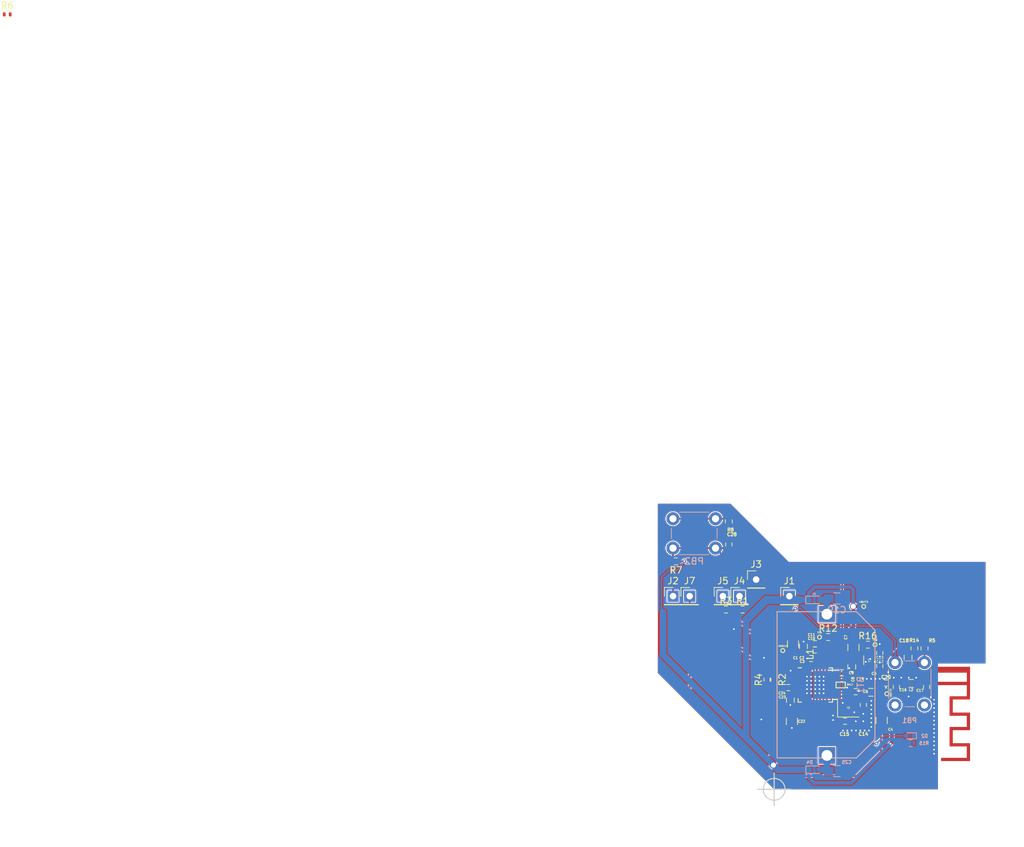
<source format=kicad_pcb>
(kicad_pcb (version 4) (host pcbnew 4.0.5)
  (layers (0 F.Cu signal) (31 B.Cu signal) (34 B.Paste user hide) (35 F.Paste user hide) (36 B.SilkS user) (37 F.SilkS user) (38 B.Mask user) (39 F.Mask user) (44 Edge.Cuts user))
  (net 0 "")
  (net 1 GND)
  (net 2 +3V3)
  (net 3 DIO10)
  (net 4 DIO9)
  (net 5 ADC1)
  (net 6 ADC2)
  (net 7 "Net-(C13-Pad2)")
  (net 8 "Net-(C14-Pad2)")
  (net 9 "Net-(C15-Pad2)")
  (net 10 "Net-(L1-Pad1)")
  (net 11 "Net-(BT1-Pad1)")
  (net 12 "Net-(U1-Pad3)")
  (net 13 "Net-(U1-Pad5)")
  (net 14 "Net-(U1-Pad7)")
  (net 15 "Net-(U1-Pad8)")
  (net 16 "Net-(U1-Pad29)")
  (net 17 "Net-(BAL1-Pad3)")
  (net 18 "Net-(C10-Pad1)")
  (net 19 "Net-(C12-Pad2)")
  (net 20 "Net-(D2-Pad1)")
  (net 21 DIO7)
  (net 22 "Net-(R12-Pad1)")
  (net 23 /RF0)
  (net 24 /RF1)
  (net 25 /DIO12_BUTTON)
  (net 26 "Net-(R16-Pad2)")
  (net 27 /DIO2_LED)
  (net 28 "Net-(U1-Pad9)")
  (net 29 "Net-(BT1-Pad2)")
  (net 30 "Net-(C1-Pad1)")
  (net 31 "Net-(C28-Pad2)")
  (net 32 "Net-(U1-Pad13)")
  (net 33 "Net-(U1-Pad14)")
  (net 34 "Net-(J7-Pad1)")
  (net 35 "Net-(U1-Pad12)")
  (net 36 "Net-(C18-Pad1)")
  (net 37 "Net-(U1-Pad30)")
  (net 38 "Net-(PB2-Pad2)")
  (net 39 "Net-(C16-Pad1)")
  (net 40 "Net-(R6-Pad2)")
  (net 41 "Net-(U1-Pad11)")
  (module Batteries:batt_holder3035 (layer B.Cu) (at 123.444 104.2416 270)
    (fp_text reference BT1 (at 0.0254 -5.1562 270) (layer B.SilkS) (effects (justify mirror)))
    (fp_text value Battery_cc3035)
    (pad 2 thru_hole rect (at 10.795 0 270) (size 2.54 2.54) (drill 1.651) (layers *.Cu *.Mask) (net 29 "Net-(BT1-Pad2)"))
    (pad 1 thru_hole rect (at -10.795 0 270) (size 2.54 2.54) (drill 1.651) (layers *.Cu *.Mask) (net 11 "Net-(BT1-Pad1)"))
    (pad 3 smd rect (at 0 0 270) (size 4.318 4.318) (layers B.Cu B.Paste B.Mask))
  )
  (module Capacitors_SMD:C_0402 (layer F.Cu) (at 121.031 100.2157 180)
    (fp_text reference C3 (at 1.3716 -0.4699 180) (layer F.SilkS) (effects (font (size 0.381 0.381) (thickness 0.09525))))
    (fp_text value 0.01uF)
    (pad 1 smd rect (at -0.55 0 180) (size 0.6 0.5) (layers F.Cu F.Paste F.Mask) (net 30 "Net-(C1-Pad1)"))
    (pad 2 smd rect (at 0.55 0 180) (size 0.6 0.5) (layers F.Cu F.Paste F.Mask) (net 1 GND))
  )
  (module STBNRG1 (layer F.Cu) (at 121.666 104.267)
    (fp_text reference U1 (at 0.00508 -0.9652) (layer F.SilkS) (effects (font (size 0.127 0.127) (thickness 0.03175))))
    (fp_text value STBlueNRG-1)
    (pad 1 smd rect (at -2.54 -1.75) (size 0.8128 0.254) (layers F.Cu F.Paste F.Mask) (net 3 DIO10))
    (pad 2 smd rect (at -2.54 -1.25) (size 0.8128 0.254) (layers F.Cu F.Paste F.Mask) (net 4 DIO9))
    (pad 3 smd rect (at -2.54 -0.75) (size 0.8128 0.254) (layers F.Cu F.Paste F.Mask) (net 12 "Net-(U1-Pad3)"))
    (pad 4 smd rect (at -2.54 -0.25) (size 0.8128 0.254) (layers F.Cu F.Paste F.Mask) (net 21 DIO7))
    (pad 5 smd rect (at -2.54 0.25) (size 0.8128 0.254) (layers F.Cu F.Paste F.Mask) (net 13 "Net-(U1-Pad5)"))
    (pad 6 smd rect (at -2.54 0.75) (size 0.8128 0.254) (layers F.Cu F.Paste F.Mask) (net 2 +3V3))
    (pad 7 smd rect (at -2.54 1.25) (size 0.8128 0.254) (layers F.Cu F.Paste F.Mask) (net 14 "Net-(U1-Pad7)"))
    (pad 8 smd rect (at -2.54 1.75) (size 0.8128 0.254) (layers F.Cu F.Paste F.Mask) (net 15 "Net-(U1-Pad8)"))
    (pad 9 smd rect (at -1.75 2.54 90) (size 0.8128 0.254) (layers F.Cu F.Paste F.Mask) (net 28 "Net-(U1-Pad9)"))
    (pad 10 smd rect (at -1.25 2.54 90) (size 0.8128 0.254) (layers F.Cu F.Paste F.Mask) (net 27 /DIO2_LED))
    (pad 11 smd rect (at -0.75 2.54 90) (size 0.8128 0.254) (layers F.Cu F.Paste F.Mask) (net 41 "Net-(U1-Pad11)"))
    (pad 12 smd rect (at -0.25 2.54 90) (size 0.8128 0.254) (layers F.Cu F.Paste F.Mask) (net 35 "Net-(U1-Pad12)"))
    (pad 13 smd rect (at 0.25 2.54 90) (size 0.8128 0.254) (layers F.Cu F.Paste F.Mask) (net 32 "Net-(U1-Pad13)"))
    (pad 14 smd rect (at 0.75 2.54 90) (size 0.8128 0.254) (layers F.Cu F.Paste F.Mask) (net 33 "Net-(U1-Pad14)"))
    (pad 15 smd rect (at 1.25 2.54 90) (size 0.8128 0.254) (layers F.Cu F.Paste F.Mask) (net 5 ADC1))
    (pad 16 smd rect (at 1.75 2.54 90) (size 0.8128 0.254) (layers F.Cu F.Paste F.Mask) (net 6 ADC2))
    (pad 17 smd rect (at 2.54 1.75) (size 0.8128 0.254) (layers F.Cu F.Paste F.Mask) (net 9 "Net-(C15-Pad2)"))
    (pad 18 smd rect (at 2.54 1.25) (size 0.8128 0.254) (layers F.Cu F.Paste F.Mask) (net 8 "Net-(C14-Pad2)"))
    (pad 19 smd rect (at 2.54 0.75) (size 0.8128 0.254) (layers F.Cu F.Paste F.Mask) (net 2 +3V3))
    (pad 20 smd rect (at 2.54 0.25) (size 0.8128 0.254) (layers F.Cu F.Paste F.Mask) (net 24 /RF1))
    (pad 21 smd rect (at 2.54 -0.25) (size 0.8128 0.254) (layers F.Cu F.Paste F.Mask) (net 23 /RF0))
    (pad 22 smd rect (at 2.54 -0.75) (size 0.8128 0.254) (layers F.Cu F.Paste F.Mask) (net 7 "Net-(C13-Pad2)"))
    (pad 23 smd rect (at 2.54 -1.25) (size 0.8128 0.254) (layers F.Cu F.Paste F.Mask) (net 19 "Net-(C12-Pad2)"))
    (pad 24 smd rect (at 2.54 -1.75) (size 0.8128 0.254) (layers F.Cu F.Paste F.Mask) (net 2 +3V3))
    (pad 25 smd rect (at 1.75 -2.54 90) (size 0.8128 0.254) (layers F.Cu F.Paste F.Mask) (net 31 "Net-(C28-Pad2)"))
    (pad 26 smd rect (at 1.25 -2.54 90) (size 0.8128 0.254) (layers F.Cu F.Paste F.Mask) (net 10 "Net-(L1-Pad1)"))
    (pad 27 smd rect (at 0.75 -2.54 90) (size 0.8128 0.254) (layers F.Cu F.Paste F.Mask) (net 18 "Net-(C10-Pad1)"))
    (pad 28 smd rect (at 0.25 -2.54 90) (size 0.8128 0.254) (layers F.Cu F.Paste F.Mask) (net 30 "Net-(C1-Pad1)"))
    (pad 29 smd rect (at -0.25 -2.54 90) (size 0.8128 0.254) (layers F.Cu F.Paste F.Mask) (net 16 "Net-(U1-Pad29)"))
    (pad 30 smd rect (at -0.75 -2.54 90) (size 0.8128 0.254) (layers F.Cu F.Paste F.Mask) (net 37 "Net-(U1-Pad30)"))
    (pad 31 smd rect (at -1.27 -2.54 90) (size 0.8128 0.254) (layers F.Cu F.Paste F.Mask) (net 1 GND))
    (pad 32 smd rect (at -1.75 -2.54 90) (size 0.8128 0.254) (layers F.Cu F.Paste F.Mask) (net 25 /DIO12_BUTTON))
    (pad 33 smd rect (at 0.8625 0.8625) (size 1.725 1.725) (layers F.Cu F.Paste F.Mask) (net 1 GND))
    (pad 33 smd rect (at 0.8625 -0.8625) (size 1.725 1.725) (layers F.Cu F.Paste F.Mask) (net 1 GND))
    (pad 33 smd rect (at -0.8625 0.8625) (size 1.725 1.725) (layers F.Cu F.Paste F.Mask) (net 1 GND))
    (pad 33 smd rect (at -0.8625 -0.8625) (size 1.725 1.725) (layers F.Cu F.Paste F.Mask) (net 1 GND))
  )
  (module Miscellaneous:Via_Stitch_Dia0.356mm_Drill0.254mm (layer F.Cu) (at 130.8608 103.3272)
    (fp_text reference REF** hide)
    (fp_text value Via_Stitch_Dia0.356mm_Drill0.254mm)
    (pad 1 thru_hole circle (at 0 0) (size 0.356 0.356) (drill 0.254) (layers *.Cu) (net 1 GND))
  )
  (module Miscellaneous:Via_Stitch_Dia0.356mm_Drill0.254mm (layer B.Cu) (at 130.2258 108.0262)
    (fp_text reference REF** hide)
    (fp_text value Via_Stitch_Dia0.356mm_Drill0.254mm)
    (pad 1 thru_hole circle (at 0 0) (size 0.356 0.356) (drill 0.254) (layers *.Cu) (net 1 GND))
  )
  (module Miscellaneous:Via_Stitch_Dia0.356mm_Drill0.254mm (layer B.Cu) (at 130.2258 107.3658 90)
    (fp_text reference REF** hide)
    (fp_text value Via_Stitch_Dia0.356mm_Drill0.254mm)
    (pad 1 thru_hole circle (at 0 0 90) (size 0.356 0.356) (drill 0.254) (layers *.Cu) (net 1 GND))
  )
  (module Miscellaneous:Via_Stitch_Dia0.356mm_Drill0.254mm (layer B.Cu) (at 130.2258 108.6866)
    (fp_text reference REF** hide)
    (fp_text value Via_Stitch_Dia0.356mm_Drill0.254mm)
    (pad 1 thru_hole circle (at 0 0) (size 0.356 0.356) (drill 0.254) (layers *.Cu) (net 1 GND))
  )
  (module Miscellaneous:Via_Stitch_Dia0.356mm_Drill0.254mm (layer B.Cu) (at 139.827 112.8776 90)
    (fp_text reference REF** hide)
    (fp_text value Via_Stitch_Dia0.356mm_Drill0.254mm)
    (pad 1 thru_hole circle (at 0 0 90) (size 0.356 0.356) (drill 0.254) (layers *.Cu) (net 1 GND))
  )
  (module Miscellaneous:Via_Stitch_Dia0.356mm_Drill0.254mm (layer B.Cu) (at 139.827 110.3376 90)
    (fp_text reference REF** hide)
    (fp_text value Via_Stitch_Dia0.356mm_Drill0.254mm)
    (pad 1 thru_hole circle (at 0 0 90) (size 0.356 0.356) (drill 0.254) (layers *.Cu) (net 1 GND))
  )
  (module Miscellaneous:Via_Stitch_Dia0.356mm_Drill0.254mm (layer B.Cu) (at 139.827 107.1626 90)
    (fp_text reference REF** hide)
    (fp_text value Via_Stitch_Dia0.356mm_Drill0.254mm)
    (pad 1 thru_hole circle (at 0 0 90) (size 0.356 0.356) (drill 0.254) (layers *.Cu) (net 1 GND))
  )
  (module Miscellaneous:Via_Stitch_Dia0.356mm_Drill0.254mm (layer B.Cu) (at 139.827 106.5276 90)
    (fp_text reference REF** hide)
    (fp_text value Via_Stitch_Dia0.356mm_Drill0.254mm)
    (pad 1 thru_hole circle (at 0 0 90) (size 0.356 0.356) (drill 0.254) (layers *.Cu) (net 1 GND))
  )
  (module Miscellaneous:Via_Stitch_Dia0.356mm_Drill0.254mm (layer B.Cu) (at 139.827 109.7026 90)
    (fp_text reference REF** hide)
    (fp_text value Via_Stitch_Dia0.356mm_Drill0.254mm)
    (pad 1 thru_hole circle (at 0 0 90) (size 0.356 0.356) (drill 0.254) (layers *.Cu) (net 1 GND))
  )
  (module Miscellaneous:Via_Stitch_Dia0.356mm_Drill0.254mm (layer B.Cu) (at 139.827 111.6076 90)
    (fp_text reference REF** hide)
    (fp_text value Via_Stitch_Dia0.356mm_Drill0.254mm)
    (pad 1 thru_hole circle (at 0 0 90) (size 0.356 0.356) (drill 0.254) (layers *.Cu) (net 1 GND))
  )
  (module Miscellaneous:Via_Stitch_Dia0.356mm_Drill0.254mm (layer B.Cu) (at 139.827 112.2426 90)
    (fp_text reference REF** hide)
    (fp_text value Via_Stitch_Dia0.356mm_Drill0.254mm)
    (pad 1 thru_hole circle (at 0 0 90) (size 0.356 0.356) (drill 0.254) (layers *.Cu) (net 1 GND))
  )
  (module Miscellaneous:Via_Stitch_Dia0.356mm_Drill0.254mm (layer B.Cu) (at 139.827 109.0676 90)
    (fp_text reference REF** hide)
    (fp_text value Via_Stitch_Dia0.356mm_Drill0.254mm)
    (pad 1 thru_hole circle (at 0 0 90) (size 0.356 0.356) (drill 0.254) (layers *.Cu) (net 1 GND))
  )
  (module Miscellaneous:Via_Stitch_Dia0.356mm_Drill0.254mm (layer B.Cu) (at 139.827 107.7976 90)
    (fp_text reference REF** hide)
    (fp_text value Via_Stitch_Dia0.356mm_Drill0.254mm)
    (pad 1 thru_hole circle (at 0 0 90) (size 0.356 0.356) (drill 0.254) (layers *.Cu) (net 1 GND))
  )
  (module Miscellaneous:Via_Stitch_Dia0.356mm_Drill0.254mm (layer B.Cu) (at 139.827 108.4326 90)
    (fp_text reference REF** hide)
    (fp_text value Via_Stitch_Dia0.356mm_Drill0.254mm)
    (pad 1 thru_hole circle (at 0 0 90) (size 0.356 0.356) (drill 0.254) (layers *.Cu) (net 1 GND))
  )
  (module Miscellaneous:Via_Stitch_Dia0.356mm_Drill0.254mm (layer B.Cu) (at 139.827 110.9726 90)
    (fp_text reference REF** hide)
    (fp_text value Via_Stitch_Dia0.356mm_Drill0.254mm)
    (pad 1 thru_hole circle (at 0 0 90) (size 0.356 0.356) (drill 0.254) (layers *.Cu) (net 1 GND))
  )
  (module Miscellaneous:Via_Stitch_Dia0.356mm_Drill0.254mm (layer B.Cu) (at 130.2258 110.6678 90)
    (fp_text reference REF** hide)
    (fp_text value Via_Stitch_Dia0.356mm_Drill0.254mm)
    (pad 1 thru_hole circle (at 0 0 90) (size 0.356 0.356) (drill 0.254) (layers *.Cu) (net 1 GND))
  )
  (module Miscellaneous:Via_Stitch_Dia0.356mm_Drill0.254mm (layer B.Cu) (at 139.827 114.1476 90)
    (fp_text reference REF** hide)
    (fp_text value Via_Stitch_Dia0.356mm_Drill0.254mm)
    (pad 1 thru_hole circle (at 0 0 90) (size 0.356 0.356) (drill 0.254) (layers *.Cu) (net 1 GND))
  )
  (module Miscellaneous:Via_Stitch_Dia0.356mm_Drill0.254mm (layer B.Cu) (at 125.9078 111.2266 90)
    (fp_text reference REF** hide)
    (fp_text value Via_Stitch_Dia0.356mm_Drill0.254mm)
    (pad 1 thru_hole circle (at 0 0 90) (size 0.356 0.356) (drill 0.254) (layers *.Cu) (net 1 GND))
  )
  (module Miscellaneous:Via_Stitch_Dia0.356mm_Drill0.254mm (layer B.Cu) (at 139.827 113.5126 90)
    (fp_text reference REF** hide)
    (fp_text value Via_Stitch_Dia0.356mm_Drill0.254mm)
    (pad 1 thru_hole circle (at 0 0 90) (size 0.356 0.356) (drill 0.254) (layers *.Cu) (net 1 GND))
  )
  (module Miscellaneous:Via_Stitch_Dia0.356mm_Drill0.254mm (layer B.Cu) (at 127.889 111.2266 90)
    (fp_text reference REF** hide)
    (fp_text value Via_Stitch_Dia0.356mm_Drill0.254mm)
    (pad 1 thru_hole circle (at 0 0 90) (size 0.356 0.356) (drill 0.254) (layers *.Cu) (net 1 GND))
  )
  (module Miscellaneous:Via_Stitch_Dia0.356mm_Drill0.254mm (layer B.Cu) (at 128.3208 105.2195 90)
    (fp_text reference REF** hide)
    (fp_text value Via_Stitch_Dia0.356mm_Drill0.254mm)
    (pad 1 thru_hole circle (at 0 0 90) (size 0.356 0.356) (drill 0.254) (layers *.Cu) (net 1 GND))
  )
  (module Miscellaneous:Via_Stitch_Dia0.356mm_Drill0.254mm (layer B.Cu) (at 120.4722 100.2157 90)
    (fp_text reference REF** hide)
    (fp_text value Via_Stitch_Dia0.356mm_Drill0.254mm)
    (pad 1 thru_hole circle (at 0 0 90) (size 0.356 0.356) (drill 0.254) (layers *.Cu) (net 1 GND))
  )
  (module Miscellaneous:Via_Stitch_Dia0.356mm_Drill0.254mm (layer B.Cu) (at 128.5494 111.2266 90)
    (fp_text reference REF** hide)
    (fp_text value Via_Stitch_Dia0.356mm_Drill0.254mm)
    (pad 1 thru_hole circle (at 0 0 90) (size 0.356 0.356) (drill 0.254) (layers *.Cu) (net 1 GND))
  )
  (module Miscellaneous:Via_Stitch_Dia0.356mm_Drill0.254mm (layer B.Cu) (at 126.5682 111.2266 90)
    (fp_text reference REF** hide)
    (fp_text value Via_Stitch_Dia0.356mm_Drill0.254mm)
    (pad 1 thru_hole circle (at 0 0 90) (size 0.356 0.356) (drill 0.254) (layers *.Cu) (net 1 GND))
  )
  (module Miscellaneous:Via_Stitch_Dia0.356mm_Drill0.254mm (layer B.Cu) (at 127.2286 111.2266 90)
    (fp_text reference REF** hide)
    (fp_text value Via_Stitch_Dia0.356mm_Drill0.254mm)
    (pad 1 thru_hole circle (at 0 0 90) (size 0.356 0.356) (drill 0.254) (layers *.Cu) (net 1 GND))
  )
  (module Miscellaneous:Via_Stitch_Dia0.356mm_Drill0.254mm (layer B.Cu) (at 129.2098 111.2266 90)
    (fp_text reference REF** hide)
    (fp_text value Via_Stitch_Dia0.356mm_Drill0.254mm)
    (pad 1 thru_hole circle (at 0 0 90) (size 0.356 0.356) (drill 0.254) (layers *.Cu) (net 1 GND))
  )
  (module Miscellaneous:Via_Stitch_Dia0.356mm_Drill0.254mm (layer B.Cu) (at 130.2258 109.347 90)
    (fp_text reference REF** hide)
    (fp_text value Via_Stitch_Dia0.356mm_Drill0.254mm)
    (pad 1 thru_hole circle (at 0 0 90) (size 0.356 0.356) (drill 0.254) (layers *.Cu) (net 1 GND))
  )
  (module Miscellaneous:Via_Stitch_Dia0.356mm_Drill0.254mm (layer F.Cu) (at 130.2258 106.7054 270)
    (fp_text reference REF** hide)
    (fp_text value Via_Stitch_Dia0.356mm_Drill0.254mm)
    (pad 1 thru_hole circle (at 0 0 270) (size 0.356 0.356) (drill 0.254) (layers *.Cu) (net 1 GND))
  )
  (module Miscellaneous:Via_Stitch_Dia0.356mm_Drill0.254mm (layer B.Cu) (at 139.827 114.7826 90)
    (fp_text reference REF** hide)
    (fp_text value Via_Stitch_Dia0.356mm_Drill0.254mm)
    (pad 1 thru_hole circle (at 0 0 90) (size 0.356 0.356) (drill 0.254) (layers *.Cu) (net 1 GND))
  )
  (module Miscellaneous:Via_Stitch_Dia0.356mm_Drill0.254mm (layer B.Cu) (at 118.0846 110.8329 90)
    (fp_text reference REF** hide)
    (fp_text value Via_Stitch_Dia0.356mm_Drill0.254mm)
    (pad 1 thru_hole circle (at 0 0 90) (size 0.356 0.356) (drill 0.254) (layers *.Cu) (net 1 GND))
  )
  (module Miscellaneous:Via_Stitch_Dia0.356mm_Drill0.254mm (layer B.Cu) (at 132.4737 104.6861 90)
    (fp_text reference REF** hide)
    (fp_text value Via_Stitch_Dia0.356mm_Drill0.254mm)
    (pad 1 thru_hole circle (at 0 0 90) (size 0.356 0.356) (drill 0.254) (layers *.Cu) (net 1 GND))
  )
  (module Miscellaneous:Via_Stitch_Dia0.356mm_Drill0.254mm (layer B.Cu) (at 126.5428 104.6607 90)
    (fp_text reference REF** hide)
    (fp_text value Via_Stitch_Dia0.356mm_Drill0.254mm)
    (pad 1 thru_hole circle (at 0 0 90) (size 0.356 0.356) (drill 0.254) (layers *.Cu) (net 1 GND))
  )
  (module Miscellaneous:Via_Stitch_Dia0.356mm_Drill0.254mm (layer B.Cu) (at 129.8702 111.2266 90)
    (fp_text reference REF** hide)
    (fp_text value Via_Stitch_Dia0.356mm_Drill0.254mm)
    (pad 1 thru_hole circle (at 0 0 90) (size 0.356 0.356) (drill 0.254) (layers *.Cu) (net 1 GND))
  )
  (module Miscellaneous:Via_Stitch_Dia0.356mm_Drill0.254mm (layer B.Cu) (at 139.319 106.1466)
    (fp_text reference REF** hide)
    (fp_text value Via_Stitch_Dia0.356mm_Drill0.254mm)
    (pad 1 thru_hole circle (at 0 0) (size 0.356 0.356) (drill 0.254) (layers *.Cu) (net 1 GND))
  )
  (module Miscellaneous:Via_Stitch_Dia0.356mm_Drill0.254mm (layer B.Cu) (at 132.8166 102.3112)
    (fp_text reference REF** hide)
    (fp_text value Via_Stitch_Dia0.356mm_Drill0.254mm)
    (pad 1 thru_hole circle (at 0 0) (size 0.356 0.356) (drill 0.254) (layers *.Cu) (net 1 GND))
  )
  (module Miscellaneous:Via_Stitch_Dia0.356mm_Drill0.254mm (layer B.Cu) (at 137.0965 103.1494)
    (fp_text reference REF** hide)
    (fp_text value Via_Stitch_Dia0.356mm_Drill0.254mm)
    (pad 1 thru_hole circle (at 0 0) (size 0.356 0.356) (drill 0.254) (layers *.Cu) (net 1 GND))
  )
  (module Miscellaneous:Via_Stitch_Dia0.356mm_Drill0.254mm (layer B.Cu) (at 135.9281 106.0323)
    (fp_text reference REF** hide)
    (fp_text value Via_Stitch_Dia0.356mm_Drill0.254mm)
    (pad 1 thru_hole circle (at 0 0) (size 0.356 0.356) (drill 0.254) (layers *.Cu) (net 1 GND))
  )
  (module Miscellaneous:Via_Stitch_Dia0.356mm_Drill0.254mm (layer B.Cu) (at 131.5212 103.3272)
    (fp_text reference REF** hide)
    (fp_text value Via_Stitch_Dia0.356mm_Drill0.254mm)
    (pad 1 thru_hole circle (at 0 0) (size 0.356 0.356) (drill 0.254) (layers *.Cu) (net 1 GND))
  )
  (module Miscellaneous:Via_Stitch_Dia0.356mm_Drill0.254mm (layer B.Cu) (at 130.2004 103.3272)
    (fp_text reference REF** hide)
    (fp_text value Via_Stitch_Dia0.356mm_Drill0.254mm)
    (pad 1 thru_hole circle (at 0 0) (size 0.356 0.356) (drill 0.254) (layers *.Cu) (net 1 GND))
  )
  (module Miscellaneous:Via_Stitch_Dia0.356mm_Drill0.254mm (layer B.Cu) (at 128.8796 103.3272)
    (fp_text reference REF** hide)
    (fp_text value Via_Stitch_Dia0.356mm_Drill0.254mm)
    (pad 1 thru_hole circle (at 0 0) (size 0.356 0.356) (drill 0.254) (layers *.Cu) (net 1 GND))
  )
  (module Miscellaneous:Via_Stitch_Dia0.356mm_Drill0.254mm (layer B.Cu) (at 129.54 103.3272)
    (fp_text reference REF** hide)
    (fp_text value Via_Stitch_Dia0.356mm_Drill0.254mm)
    (pad 1 thru_hole circle (at 0 0) (size 0.356 0.356) (drill 0.254) (layers *.Cu) (net 1 GND))
  )
  (module Miscellaneous:Via_Stitch_Dia0.356mm_Drill0.254mm (layer B.Cu) (at 129.3749 100.7364)
    (fp_text reference REF** hide)
    (fp_text value Via_Stitch_Dia0.356mm_Drill0.254mm)
    (pad 1 thru_hole circle (at 0 0) (size 0.356 0.356) (drill 0.254) (layers *.Cu) (net 1 GND))
  )
  (module Miscellaneous:Via_Stitch_Dia0.356mm_Drill0.254mm (layer B.Cu) (at 130.7719 100.7364)
    (fp_text reference REF** hide)
    (fp_text value Via_Stitch_Dia0.356mm_Drill0.254mm)
    (pad 1 thru_hole circle (at 0 0) (size 0.356 0.356) (drill 0.254) (layers *.Cu) (net 1 GND))
  )
  (module Miscellaneous:Via_Stitch_Dia0.356mm_Drill0.254mm (layer F.Cu) (at 119.8753 97.6376)
    (fp_text reference REF** hide)
    (fp_text value Via_Stitch_Dia0.356mm_Drill0.254mm)
    (pad 1 thru_hole circle (at 0 0) (size 0.356 0.356) (drill 0.254) (layers *.Cu) (net 1 GND))
  )
  (module Miscellaneous:Via_Stitch_Dia0.356mm_Drill0.254mm (layer F.Cu) (at 134.8105 103.1494)
    (fp_text reference REF** hide)
    (fp_text value Via_Stitch_Dia0.356mm_Drill0.254mm)
    (pad 1 thru_hole circle (at 0 0) (size 0.356 0.356) (drill 0.254) (layers *.Cu) (net 1 GND))
  )
  (module Miscellaneous:Via_Stitch_Dia0.356mm_Drill0.254mm (layer F.Cu) (at 127.2413 102.2604)
    (fp_text reference REF** hide)
    (fp_text value Via_Stitch_Dia0.356mm_Drill0.254mm)
    (pad 1 thru_hole circle (at 0 0) (size 0.356 0.356) (drill 0.254) (layers *.Cu) (net 1 GND))
  )
  (module Miscellaneous:Via_Stitch_Dia0.356mm_Drill0.254mm (layer F.Cu) (at 113.8174 100.1141)
    (fp_text reference REF** hide)
    (fp_text value Via_Stitch_Dia0.356mm_Drill0.254mm)
    (pad 1 thru_hole circle (at 0 0) (size 0.356 0.356) (drill 0.254) (layers *.Cu) (net 1 GND))
  )
  (module Miscellaneous:Via_Stitch_Dia0.356mm_Drill0.254mm (layer F.Cu) (at 124.3838 109.6264)
    (fp_text reference REF** hide)
    (fp_text value Via_Stitch_Dia0.356mm_Drill0.254mm)
    (pad 1 thru_hole circle (at 0 0) (size 0.356 0.356) (drill 0.254) (layers *.Cu) (net 1 GND))
  )
  (module Miscellaneous:Via_Stitch_Dia0.356mm_Drill0.254mm (layer B.Cu) (at 127.635 108.4326)
    (fp_text reference REF** hide)
    (fp_text value Via_Stitch_Dia0.356mm_Drill0.254mm)
    (pad 1 thru_hole circle (at 0 0) (size 0.356 0.356) (drill 0.254) (layers *.Cu) (net 1 GND))
  )
  (module Miscellaneous:Via_Stitch_Dia0.356mm_Drill0.254mm (layer B.Cu) (at 125.857 107.0102)
    (fp_text reference REF** hide)
    (fp_text value Via_Stitch_Dia0.356mm_Drill0.254mm)
    (pad 1 thru_hole circle (at 0 0) (size 0.356 0.356) (drill 0.254) (layers *.Cu) (net 1 GND))
  )
  (module Miscellaneous:Via_Stitch_Dia0.356mm_Drill0.254mm (layer B.Cu) (at 129.0066 109.8169)
    (fp_text reference REF** hide)
    (fp_text value Via_Stitch_Dia0.356mm_Drill0.254mm)
    (pad 1 thru_hole circle (at 0 0) (size 0.356 0.356) (drill 0.254) (layers *.Cu) (net 1 GND))
  )
  (module Miscellaneous:Via_Stitch_Dia0.356mm_Drill0.254mm (layer B.Cu) (at 129.0066 108.6739)
    (fp_text reference REF** hide)
    (fp_text value Via_Stitch_Dia0.356mm_Drill0.254mm)
    (pad 1 thru_hole circle (at 0 0) (size 0.356 0.356) (drill 0.254) (layers *.Cu) (net 1 GND))
  )
  (module Miscellaneous:Via_Stitch_Dia0.356mm_Drill0.254mm (layer B.Cu) (at 117.856 107.3404 90)
    (fp_text reference REF** hide)
    (fp_text value Via_Stitch_Dia0.356mm_Drill0.254mm)
    (pad 1 thru_hole circle (at 0 0 90) (size 0.356 0.356) (drill 0.254) (layers *.Cu) (net 1 GND))
  )
  (module Miscellaneous:Via_Stitch_Dia0.356mm_Drill0.254mm (layer B.Cu) (at 127.8636 109.8169)
    (fp_text reference REF** hide)
    (fp_text value Via_Stitch_Dia0.356mm_Drill0.254mm)
    (pad 1 thru_hole circle (at 0 0) (size 0.356 0.356) (drill 0.254) (layers *.Cu) (net 1 GND))
  )
  (module Miscellaneous:Via_Stitch_Dia0.356mm_Drill0.254mm (layer B.Cu) (at 124.3838 108.9406 90)
    (fp_text reference REF** hide)
    (fp_text value Via_Stitch_Dia0.356mm_Drill0.254mm)
    (pad 1 thru_hole circle (at 0 0 90) (size 0.356 0.356) (drill 0.254) (layers *.Cu) (net 1 GND))
  )
  (module Miscellaneous:Via_Stitch_Dia0.356mm_Drill0.254mm (layer B.Cu) (at 130.2258 110.0074)
    (fp_text reference REF** hide)
    (fp_text value Via_Stitch_Dia0.356mm_Drill0.254mm)
    (pad 1 thru_hole circle (at 0 0) (size 0.356 0.356) (drill 0.254) (layers *.Cu) (net 1 GND))
  )
  (module Miscellaneous:Via_Stitch_Dia0.356mm_Drill0.254mm (layer B.Cu) (at 109.22 95.7326)
    (fp_text reference REF** hide)
    (fp_text value Via_Stitch_Dia0.356mm_Drill0.254mm)
    (pad 1 thru_hole circle (at 0 0) (size 0.356 0.356) (drill 0.254) (layers *.Cu) (net 1 GND))
  )
  (module Miscellaneous:Via_Stitch_Dia0.356mm_Drill0.254mm (layer B.Cu) (at 131.5212 100.838)
    (fp_text reference REF** hide)
    (fp_text value Via_Stitch_Dia0.356mm_Drill0.254mm)
    (pad 1 thru_hole circle (at 0 0) (size 0.356 0.356) (drill 0.254) (layers *.Cu) (net 1 GND))
  )
  (module Miscellaneous:Via_Stitch_Dia0.356mm_Drill0.254mm (layer B.Cu) (at 131.5212 98.0186)
    (fp_text reference REF** hide)
    (fp_text value Via_Stitch_Dia0.356mm_Drill0.254mm)
    (pad 1 thru_hole circle (at 0 0) (size 0.356 0.356) (drill 0.254) (layers *.Cu) (net 1 GND))
  )
  (module Miscellaneous:Via_Stitch_Dia0.356mm_Drill0.254mm (layer B.Cu) (at 113.4237 109.5375)
    (fp_text reference REF** hide)
    (fp_text value Via_Stitch_Dia0.356mm_Drill0.254mm)
    (pad 1 thru_hole circle (at 0 0) (size 0.356 0.356) (drill 0.254) (layers *.Cu) (net 1 GND))
  )
  (module Miscellaneous:Via_Stitch_Dia0.356mm_Drill0.254mm (layer B.Cu) (at 133.6675 103.1494)
    (fp_text reference REF** hide)
    (fp_text value Via_Stitch_Dia0.356mm_Drill0.254mm)
    (pad 1 thru_hole circle (at 0 0) (size 0.356 0.356) (drill 0.254) (layers *.Cu) (net 1 GND))
  )
  (module Miscellaneous:Via_Stitch_Dia0.356mm_Drill0.254mm (layer B.Cu) (at 132.1816 103.3272)
    (fp_text reference REF** hide)
    (fp_text value Via_Stitch_Dia0.356mm_Drill0.254mm)
    (pad 1 thru_hole circle (at 0 0) (size 0.356 0.356) (drill 0.254) (layers *.Cu) (net 1 GND))
  )
  (module Miscellaneous:Via_Stitch_Dia0.356mm_Drill0.254mm (layer B.Cu) (at 132.8166 103.0097)
    (fp_text reference REF** hide)
    (fp_text value Via_Stitch_Dia0.356mm_Drill0.254mm)
    (pad 1 thru_hole circle (at 0 0) (size 0.356 0.356) (drill 0.254) (layers *.Cu) (net 1 GND))
  )
  (module Miscellaneous:Via_Stitch_Dia0.356mm_Drill0.254mm (layer B.Cu) (at 135.9535 103.1494)
    (fp_text reference REF** hide)
    (fp_text value Via_Stitch_Dia0.356mm_Drill0.254mm)
    (pad 1 thru_hole circle (at 0 0) (size 0.356 0.356) (drill 0.254) (layers *.Cu) (net 1 GND))
  )
  (module Miscellaneous:Via_Stitch_Dia0.356mm_Drill0.254mm (layer B.Cu) (at 130.0734 100.2919)
    (fp_text reference REF** hide)
    (fp_text value Via_Stitch_Dia0.356mm_Drill0.254mm)
    (pad 1 thru_hole circle (at 0 0) (size 0.356 0.356) (drill 0.254) (layers *.Cu) (net 1 GND))
  )
  (module Miscellaneous:Via_Stitch_Dia0.356mm_Drill0.254mm (layer B.Cu) (at 131.5339 99.9236)
    (fp_text reference REF** hide)
    (fp_text value Via_Stitch_Dia0.356mm_Drill0.254mm)
    (pad 1 thru_hole circle (at 0 0) (size 0.356 0.356) (drill 0.254) (layers *.Cu) (net 1 GND))
  )
  (module Miscellaneous:Via_Stitch_Dia0.356mm_Drill0.254mm (layer B.Cu) (at 126.8603 101.7016)
    (fp_text reference REF** hide)
    (fp_text value Via_Stitch_Dia0.356mm_Drill0.254mm)
    (pad 1 thru_hole circle (at 0 0) (size 0.356 0.356) (drill 0.254) (layers *.Cu) (net 1 GND))
  )
  (module Miscellaneous:Via_Stitch_Dia0.356mm_Drill0.254mm (layer B.Cu) (at 117.8941 102.0826)
    (fp_text reference REF** hide)
    (fp_text value Via_Stitch_Dia0.356mm_Drill0.254mm)
    (pad 1 thru_hole circle (at 0 0) (size 0.356 0.356) (drill 0.254) (layers *.Cu) (net 1 GND))
  )
  (module Miscellaneous:Via_Stitch_Dia0.356mm_Drill0.254mm (layer F.Cu) (at 122.936 105.537)
    (fp_text reference REF** hide)
    (fp_text value Via_Stitch_Dia0.356mm_Drill0.254mm)
    (pad 1 thru_hole circle (at 0 0) (size 0.356 0.356) (drill 0.254) (layers *.Cu) (net 1 GND))
  )
  (module Miscellaneous:Via_Stitch_Dia0.356mm_Drill0.254mm (layer F.Cu) (at 122.301 105.537)
    (fp_text reference REF** hide)
    (fp_text value Via_Stitch_Dia0.356mm_Drill0.254mm)
    (pad 1 thru_hole circle (at 0 0) (size 0.356 0.356) (drill 0.254) (layers *.Cu) (net 1 GND))
  )
  (module Miscellaneous:Via_Stitch_Dia0.356mm_Drill0.254mm (layer F.Cu) (at 121.666 105.537)
    (fp_text reference REF** hide)
    (fp_text value Via_Stitch_Dia0.356mm_Drill0.254mm)
    (pad 1 thru_hole circle (at 0 0) (size 0.356 0.356) (drill 0.254) (layers *.Cu) (net 1 GND))
  )
  (module Miscellaneous:Via_Stitch_Dia0.356mm_Drill0.254mm (layer F.Cu) (at 121.031 105.537)
    (fp_text reference REF** hide)
    (fp_text value Via_Stitch_Dia0.356mm_Drill0.254mm)
    (pad 1 thru_hole circle (at 0 0) (size 0.356 0.356) (drill 0.254) (layers *.Cu) (net 1 GND))
  )
  (module Miscellaneous:Via_Stitch_Dia0.356mm_Drill0.254mm (layer F.Cu) (at 120.396 105.537)
    (fp_text reference REF** hide)
    (fp_text value Via_Stitch_Dia0.356mm_Drill0.254mm)
    (pad 1 thru_hole circle (at 0 0) (size 0.356 0.356) (drill 0.254) (layers *.Cu) (net 1 GND))
  )
  (module Miscellaneous:Via_Stitch_Dia0.356mm_Drill0.254mm (layer F.Cu) (at 120.396 104.902)
    (fp_text reference REF** hide)
    (fp_text value Via_Stitch_Dia0.356mm_Drill0.254mm)
    (pad 1 thru_hole circle (at 0 0) (size 0.356 0.356) (drill 0.254) (layers *.Cu) (net 1 GND))
  )
  (module Miscellaneous:Via_Stitch_Dia0.356mm_Drill0.254mm (layer F.Cu) (at 121.031 104.902)
    (fp_text reference REF** hide)
    (fp_text value Via_Stitch_Dia0.356mm_Drill0.254mm)
    (pad 1 thru_hole circle (at 0 0) (size 0.356 0.356) (drill 0.254) (layers *.Cu) (net 1 GND))
  )
  (module Miscellaneous:Via_Stitch_Dia0.356mm_Drill0.254mm (layer F.Cu) (at 121.666 104.902)
    (fp_text reference REF** hide)
    (fp_text value Via_Stitch_Dia0.356mm_Drill0.254mm)
    (pad 1 thru_hole circle (at 0 0) (size 0.356 0.356) (drill 0.254) (layers *.Cu) (net 1 GND))
  )
  (module Miscellaneous:Via_Stitch_Dia0.356mm_Drill0.254mm (layer F.Cu) (at 122.301 104.902)
    (fp_text reference REF** hide)
    (fp_text value Via_Stitch_Dia0.356mm_Drill0.254mm)
    (pad 1 thru_hole circle (at 0 0) (size 0.356 0.356) (drill 0.254) (layers *.Cu) (net 1 GND))
  )
  (module Miscellaneous:Via_Stitch_Dia0.356mm_Drill0.254mm (layer F.Cu) (at 122.936 104.902)
    (fp_text reference REF** hide)
    (fp_text value Via_Stitch_Dia0.356mm_Drill0.254mm)
    (pad 1 thru_hole circle (at 0 0) (size 0.356 0.356) (drill 0.254) (layers *.Cu) (net 1 GND))
  )
  (module Miscellaneous:Via_Stitch_Dia0.356mm_Drill0.254mm (layer F.Cu) (at 122.936 104.267)
    (fp_text reference REF** hide)
    (fp_text value Via_Stitch_Dia0.356mm_Drill0.254mm)
    (pad 1 thru_hole circle (at 0 0) (size 0.356 0.356) (drill 0.254) (layers *.Cu) (net 1 GND))
  )
  (module Miscellaneous:Via_Stitch_Dia0.356mm_Drill0.254mm (layer F.Cu) (at 122.301 104.267)
    (fp_text reference REF** hide)
    (fp_text value Via_Stitch_Dia0.356mm_Drill0.254mm)
    (pad 1 thru_hole circle (at 0 0) (size 0.356 0.356) (drill 0.254) (layers *.Cu) (net 1 GND))
  )
  (module Miscellaneous:Via_Stitch_Dia0.356mm_Drill0.254mm (layer F.Cu) (at 121.666 104.267)
    (fp_text reference REF** hide)
    (fp_text value Via_Stitch_Dia0.356mm_Drill0.254mm)
    (pad 1 thru_hole circle (at 0 0) (size 0.356 0.356) (drill 0.254) (layers *.Cu) (net 1 GND))
  )
  (module Miscellaneous:Via_Stitch_Dia0.356mm_Drill0.254mm (layer F.Cu) (at 121.031 104.267)
    (fp_text reference REF** hide)
    (fp_text value Via_Stitch_Dia0.356mm_Drill0.254mm)
    (pad 1 thru_hole circle (at 0 0) (size 0.356 0.356) (drill 0.254) (layers *.Cu) (net 1 GND))
  )
  (module Miscellaneous:Via_Stitch_Dia0.356mm_Drill0.254mm (layer F.Cu) (at 120.396 104.267)
    (fp_text reference REF** hide)
    (fp_text value Via_Stitch_Dia0.356mm_Drill0.254mm)
    (pad 1 thru_hole circle (at 0 0) (size 0.356 0.356) (drill 0.254) (layers *.Cu) (net 1 GND))
  )
  (module Miscellaneous:Via_Stitch_Dia0.356mm_Drill0.254mm (layer F.Cu) (at 120.396 103.632)
    (fp_text reference REF** hide)
    (fp_text value Via_Stitch_Dia0.356mm_Drill0.254mm)
    (pad 1 thru_hole circle (at 0 0) (size 0.356 0.356) (drill 0.254) (layers *.Cu) (net 1 GND))
  )
  (module Miscellaneous:Via_Stitch_Dia0.356mm_Drill0.254mm (layer F.Cu) (at 121.031 103.632)
    (fp_text reference REF** hide)
    (fp_text value Via_Stitch_Dia0.356mm_Drill0.254mm)
    (pad 1 thru_hole circle (at 0 0) (size 0.356 0.356) (drill 0.254) (layers *.Cu) (net 1 GND))
  )
  (module Miscellaneous:Via_Stitch_Dia0.356mm_Drill0.254mm (layer F.Cu) (at 121.666 103.632)
    (fp_text reference REF** hide)
    (fp_text value Via_Stitch_Dia0.356mm_Drill0.254mm)
    (pad 1 thru_hole circle (at 0 0) (size 0.356 0.356) (drill 0.254) (layers *.Cu) (net 1 GND))
  )
  (module Miscellaneous:Via_Stitch_Dia0.356mm_Drill0.254mm (layer F.Cu) (at 122.301 103.632)
    (fp_text reference REF** hide)
    (fp_text value Via_Stitch_Dia0.356mm_Drill0.254mm)
    (pad 1 thru_hole circle (at 0 0) (size 0.356 0.356) (drill 0.254) (layers *.Cu) (net 1 GND))
  )
  (module Miscellaneous:Via_Stitch_Dia0.356mm_Drill0.254mm (layer F.Cu) (at 122.936 103.632)
    (fp_text reference REF** hide)
    (fp_text value Via_Stitch_Dia0.356mm_Drill0.254mm)
    (pad 1 thru_hole circle (at 0 0) (size 0.356 0.356) (drill 0.254) (layers *.Cu) (net 1 GND))
  )
  (module Miscellaneous:Via_Stitch_Dia0.356mm_Drill0.254mm (layer F.Cu) (at 122.936 102.997)
    (fp_text reference REF** hide)
    (fp_text value Via_Stitch_Dia0.356mm_Drill0.254mm)
    (pad 1 thru_hole circle (at 0 0) (size 0.356 0.356) (drill 0.254) (layers *.Cu) (net 1 GND))
  )
  (module Miscellaneous:Via_Stitch_Dia0.356mm_Drill0.254mm (layer F.Cu) (at 122.301 102.997)
    (fp_text reference REF** hide)
    (fp_text value Via_Stitch_Dia0.356mm_Drill0.254mm)
    (pad 1 thru_hole circle (at 0 0) (size 0.356 0.356) (drill 0.254) (layers *.Cu) (net 1 GND))
  )
  (module Miscellaneous:Via_Stitch_Dia0.356mm_Drill0.254mm (layer F.Cu) (at 121.666 102.997)
    (fp_text reference REF** hide)
    (fp_text value Via_Stitch_Dia0.356mm_Drill0.254mm)
    (pad 1 thru_hole circle (at 0 0) (size 0.356 0.356) (drill 0.254) (layers *.Cu) (net 1 GND))
  )
  (module Miscellaneous:Via_Stitch_Dia0.356mm_Drill0.254mm (layer F.Cu) (at 121.031 102.997)
    (fp_text reference REF** hide)
    (fp_text value Via_Stitch_Dia0.356mm_Drill0.254mm)
    (pad 1 thru_hole circle (at 0 0) (size 0.356 0.356) (drill 0.254) (layers *.Cu) (net 1 GND))
  )
  (module Crystals:Crystal_SMD_2520-4pin_2.5x2.0mm (layer F.Cu) (at 126.7206 107.7722)
    (fp_text reference Y2 (at -0.00254 -0.00254) (layer F.SilkS) (effects (font (size 0.254 0.254) (thickness 0.0635))))
    (fp_text value "XTAL 32MHz")
    (pad 1 smd rect (at -0.875 0.7) (size 1.15 1) (layers F.Cu F.Paste F.Mask) (net 9 "Net-(C15-Pad2)"))
    (pad 2 smd rect (at 0.875 0.7) (size 1.15 1) (layers F.Cu F.Paste F.Mask) (net 1 GND))
    (pad 3 smd rect (at 0.875 -0.7) (size 1.15 1) (layers F.Cu F.Paste F.Mask) (net 8 "Net-(C14-Pad2)"))
    (pad 4 smd rect (at -0.875 -0.7) (size 1.15 1) (layers F.Cu F.Paste F.Mask) (net 1 GND))
  )
  (module Miscellaneous:Via_Stitch_Dia0.356mm_Drill0.254mm (layer F.Cu) (at 120.396 102.997)
    (fp_text reference REF** hide)
    (fp_text value "")
    (pad 1 thru_hole circle (at 0 0) (size 0.356 0.356) (drill 0.254) (layers *.Cu) (net 1 GND))
  )
  (module Capacitors_SMD:C_0402 (layer F.Cu) (at 131.5212 101.3841 270)
    (fp_text reference C13 (at -1.3208 -0.0254 360) (layer F.SilkS) (effects (font (size 0.381 0.381) (thickness 0.0635))))
    (fp_text value 22pF)
    (pad 1 smd rect (at -0.55 0 270) (size 0.6 0.5) (layers F.Cu F.Paste F.Mask) (net 1 GND))
    (pad 2 smd rect (at 0.55 0 270) (size 0.6 0.5) (layers F.Cu F.Paste F.Mask) (net 7 "Net-(C13-Pad2)"))
  )
  (module Capacitors_SMD:C_0402 (layer F.Cu) (at 129.0066 107.315 90)
    (fp_text reference C14 (at -4.445 0.0127 180) (layer F.SilkS) (effects (font (size 0.508 0.508) (thickness 0.127))))
    (fp_text value 27pF)
    (pad 1 smd rect (at -0.55 0 90) (size 0.6 0.5) (layers F.Cu F.Paste F.Mask) (net 1 GND))
    (pad 2 smd rect (at 0.55 0 90) (size 0.6 0.5) (layers F.Cu F.Paste F.Mask) (net 8 "Net-(C14-Pad2)"))
  )
  (module Capacitors_SMD:C_0402 (layer F.Cu) (at 126.2126 109.8042 180)
    (fp_text reference C15 (at 0.0889 -1.9685 180) (layer F.SilkS) (effects (font (size 0.508 0.508) (thickness 0.127))))
    (fp_text value 33pF)
    (pad 1 smd rect (at -0.55 0 180) (size 0.6 0.5) (layers F.Cu F.Paste F.Mask) (net 1 GND))
    (pad 2 smd rect (at 0.55 0 180) (size 0.6 0.5) (layers F.Cu F.Paste F.Mask) (net 9 "Net-(C15-Pad2)"))
  )
  (module Crystals:Crystal_SMD_3215-2pin_3.2x1.5mm (layer F.Cu) (at 129.9464 100.4824 90)
    (fp_text reference Y1 (at 0 0 90) (layer F.SilkS) (effects (font (size 0.381 0.381) (thickness 0.0635))))
    (fp_text value "Xtal 32.768kHz")
    (pad 1 smd rect (at 1.25 0 90) (size 1 1.8) (layers F.Cu F.Paste F.Mask) (net 19 "Net-(C12-Pad2)"))
    (pad 2 smd rect (at -1.25 0 90) (size 1 1.8) (layers F.Cu F.Paste F.Mask) (net 7 "Net-(C13-Pad2)"))
  )
  (module Miscellaneous:BNRG1_balun (layer F.Cu) (at 125.5522 104.267)
    (fp_text reference BAL1 (at 1.4224 -0.0762) (layer F.SilkS) (effects (font (size 0.254 0.254) (thickness 0.0635))))
    (fp_text value STBNR1_balun)
    (pad 1 smd rect (at -0.508 -0.2413) (size 0.3302 0.3302) (layers F.Cu F.Paste F.Mask) (net 23 /RF0))
    (pad 2 smd rect (at -0.508 0.2413) (size 0.3302 0.3302) (layers F.Cu F.Paste F.Mask) (net 24 /RF1))
    (pad 3 smd rect (at 0.508 -0.2413) (size 0.3302 0.3302) (layers F.Cu F.Paste F.Mask) (net 17 "Net-(BAL1-Pad3)"))
    (pad 4 smd rect (at 0.508 0.2413) (size 0.3302 0.3302) (layers F.Cu F.Paste F.Mask) (net 1 GND))
  )
  (module Capacitors_SMD:C_0402 (layer F.Cu) (at 131.5212 99.3775 90)
    (fp_text reference C12 (at -1.3208 0.0254 180) (layer F.SilkS) (effects (font (size 0.381 0.381) (thickness 0.0635))))
    (fp_text value 27pF)
    (pad 1 smd rect (at -0.55 0 90) (size 0.6 0.5) (layers F.Cu F.Paste F.Mask) (net 1 GND))
    (pad 2 smd rect (at 0.55 0 90) (size 0.6 0.5) (layers F.Cu F.Paste F.Mask) (net 19 "Net-(C12-Pad2)"))
  )
  (module Diodes_SMD:D_0603 (layer B.Cu) (at 121.5136 91.2622)
    (fp_text reference D3 (at 0 -0.9144) (layer B.SilkS) (effects (font (size 0.254 0.254) (thickness 0.0635)) (justify mirror)))
    (fp_text value "Power thru Battery")
    (pad 1 smd rect (at -0.85 0) (size 0.6 0.8) (layers B.Cu B.Paste B.Mask) (net 2 +3V3))
    (pad 2 smd rect (at 0.85 0) (size 0.6 0.8) (layers B.Cu B.Paste B.Mask) (net 11 "Net-(BT1-Pad1)"))
  )
  (module Inductors_NEOSID:Neosid_Inductor_SM-NE29_SMD1008 (layer F.Cu) (at 124.0663 99.3648 90)
    (fp_text reference L1 (at -0.20066 -3.2004 90) (layer F.SilkS))
    (fp_text value 10uH)
    (pad 2 smd rect (at 1.14554 0 90) (size 1.02108 2.54) (layers F.Cu F.Paste F.Mask) (net 18 "Net-(C10-Pad1)"))
    (pad 1 smd rect (at -1.14554 0 90) (size 1.02108 2.54) (layers F.Cu F.Paste F.Mask) (net 10 "Net-(L1-Pad1)"))
  )
  (module Capacitors_SMD:C_0805 (layer F.Cu) (at 118.2624 98.0059 90)
    (fp_text reference C1 (at -2.1209 0.381 180) (layer F.SilkS) (effects (font (size 0.381 0.381) (thickness 0.09525))))
    (fp_text value 1uF)
    (pad 1 smd rect (at -1 0 90) (size 1 1.25) (layers F.Cu F.Paste F.Mask) (net 30 "Net-(C1-Pad1)"))
    (pad 2 smd rect (at 1 0 90) (size 1 1.25) (layers F.Cu F.Paste F.Mask) (net 1 GND))
  )
  (module Capacitors_SMD:C_0603 (layer F.Cu) (at 119.8499 98.3615 90)
    (fp_text reference C2 (at -1.7653 -0.2413 180) (layer F.SilkS) (effects (font (size 0.381 0.381) (thickness 0.09525))))
    (fp_text value 0.1uF)
    (pad 1 smd rect (at -0.75 0 90) (size 0.8 0.75) (layers F.Cu F.Paste F.Mask) (net 30 "Net-(C1-Pad1)"))
    (pad 2 smd rect (at 0.75 0 90) (size 0.8 0.75) (layers F.Cu F.Paste F.Mask) (net 1 GND))
  )
  (module Capacitors_SMD:C_0805 (layer F.Cu) (at 131.8133 109.6899 270)
    (fp_text reference C4 (at 1.3843 -1.3589 360) (layer F.SilkS) (effects (font (size 0.381 0.381) (thickness 0.09525))))
    (fp_text value 1uF)
    (pad 1 smd rect (at -1 0 270) (size 1 1.25) (layers F.Cu F.Paste F.Mask) (net 2 +3V3))
    (pad 2 smd rect (at 1 0 270) (size 1 1.25) (layers F.Cu F.Paste F.Mask) (net 1 GND))
  )
  (module Capacitors_SMD:C_0603 (layer F.Cu) (at 130.1623 105.3846)
    (fp_text reference C5 (at 0.4826 -2.8702) (layer F.SilkS) (effects (font (size 0.381 0.381) (thickness 0.09525))))
    (fp_text value 0.1uF)
    (pad 1 smd rect (at -0.75 0) (size 0.8 0.75) (layers F.Cu F.Paste F.Mask) (net 2 +3V3))
    (pad 2 smd rect (at 0.75 0) (size 0.8 0.75) (layers F.Cu F.Paste F.Mask) (net 1 GND))
  )
  (module Capacitors_SMD:C_0402 (layer F.Cu) (at 127.8382 105.2957)
    (fp_text reference C6 (at 1.524 -0.0254) (layer F.SilkS) (effects (font (size 0.381 0.381) (thickness 0.09525))))
    (fp_text value 0.01uF)
    (pad 1 smd rect (at -0.55 0) (size 0.6 0.5) (layers F.Cu F.Paste F.Mask) (net 2 +3V3))
    (pad 2 smd rect (at 0.55 0) (size 0.6 0.5) (layers F.Cu F.Paste F.Mask) (net 1 GND))
  )
  (module Capacitors_SMD:C_0805 (layer F.Cu) (at 127.4953 98.5266 270)
    (fp_text reference C7 (at -1.5494 1.1557 270) (layer F.SilkS) (effects (font (size 0.381 0.381) (thickness 0.09525))))
    (fp_text value 0.01uF)
    (pad 1 smd rect (at -1 0 270) (size 1 1.25) (layers F.Cu F.Paste F.Mask) (net 1 GND))
    (pad 2 smd rect (at 1 0 270) (size 1 1.25) (layers F.Cu F.Paste F.Mask) (net 2 +3V3))
  )
  (module Capacitors_SMD:C_0603 (layer F.Cu) (at 127.2413 101.4984 90)
    (fp_text reference C8 (at -1.9177 0.1778 90) (layer F.SilkS) (effects (font (size 0.381 0.381) (thickness 0.09525))))
    (fp_text value 1000pF)
    (pad 1 smd rect (at -0.75 0 90) (size 0.8 0.75) (layers F.Cu F.Paste F.Mask) (net 1 GND))
    (pad 2 smd rect (at 0.75 0 90) (size 0.8 0.75) (layers F.Cu F.Paste F.Mask) (net 2 +3V3))
  )
  (module Capacitors_SMD:C_0402 (layer F.Cu) (at 125.7046 102.4001 180)
    (fp_text reference C9 (at -1.4732 -0.0127 180) (layer F.SilkS) (effects (font (size 0.381 0.381) (thickness 0.09525))))
    (fp_text value 10pF)
    (pad 1 smd rect (at -0.55 0 180) (size 0.6 0.5) (layers F.Cu F.Paste F.Mask) (net 1 GND))
    (pad 2 smd rect (at 0.55 0 180) (size 0.6 0.5) (layers F.Cu F.Paste F.Mask) (net 2 +3V3))
  )
  (module Capacitors_SMD:C_0402 (layer F.Cu) (at 121.6025 97.9678 180)
    (fp_text reference C10 (at 0.51054 0.79756 180) (layer F.SilkS) (effects (font (size 0.381 0.381) (thickness 0.09525))))
    (fp_text value 0.1uF)
    (pad 1 smd rect (at -0.55 0 180) (size 0.6 0.5) (layers F.Cu F.Paste F.Mask) (net 18 "Net-(C10-Pad1)"))
    (pad 2 smd rect (at 0.55 0 180) (size 0.6 0.5) (layers F.Cu F.Paste F.Mask) (net 1 GND))
  )
  (module Capacitors_SMD:C_0402 (layer F.Cu) (at 121.6025 98.9203)
    (fp_text reference C11 (at -0.52578 -2.31902) (layer F.SilkS) (effects (font (size 0.381 0.381) (thickness 0.09525))))
    (fp_text value 100pF)
    (pad 1 smd rect (at -0.55 0) (size 0.6 0.5) (layers F.Cu F.Paste F.Mask) (net 1 GND))
    (pad 2 smd rect (at 0.55 0) (size 0.6 0.5) (layers F.Cu F.Paste F.Mask) (net 18 "Net-(C10-Pad1)"))
  )
  (module Capacitors_SMD:C_0402 (layer F.Cu) (at 134.0612 104.5718 270)
    (fp_text reference C16 (at 0.4445 -1.016 360) (layer F.SilkS) (effects (font (size 0.381 0.381) (thickness 0.09525))))
    (fp_text value TBD)
    (pad 1 smd rect (at -0.55 0 270) (size 0.6 0.5) (layers F.Cu F.Paste F.Mask) (net 39 "Net-(C16-Pad1)"))
    (pad 2 smd rect (at 0.55 0 270) (size 0.6 0.5) (layers F.Cu F.Paste F.Mask) (net 1 GND))
  )
  (module Capacitors_SMD:C_0402 (layer F.Cu) (at 138.6713 104.5718 270)
    (fp_text reference C17 (at 0.5334 1.0033 540) (layer F.SilkS) (effects (font (size 0.381 0.381) (thickness 0.09525))))
    (fp_text value TBD)
    (pad 1 smd rect (at -0.55 0 270) (size 0.6 0.5) (layers F.Cu F.Paste F.Mask) (net 1 GND))
    (pad 2 smd rect (at 0.55 0 270) (size 0.6 0.5) (layers F.Cu F.Paste F.Mask) (net 1 GND))
  )
  (module Capacitors_SMD:C_0805 (layer F.Cu) (at 118.0846 109.8296 90)
    (fp_text reference C22 (at 0 1.4732 180) (layer F.SilkS) (effects (font (size 0.381 0.381) (thickness 0.09525))))
    (fp_text value 1uF)
    (pad 1 smd rect (at -1 0 90) (size 1 1.25) (layers F.Cu F.Paste F.Mask) (net 1 GND))
    (pad 2 smd rect (at 1 0 90) (size 1 1.25) (layers F.Cu F.Paste F.Mask) (net 2 +3V3))
  )
  (module Capacitors_SMD:C_0603 (layer F.Cu) (at 117.856 106.6038 90)
    (fp_text reference C23 (at 0.4826 -1.2446 180) (layer F.SilkS) (effects (font (size 0.381 0.381) (thickness 0.09525))))
    (fp_text value 0.1uF)
    (pad 1 smd rect (at -0.75 0 90) (size 0.8 0.75) (layers F.Cu F.Paste F.Mask) (net 1 GND))
    (pad 2 smd rect (at 0.75 0 90) (size 0.8 0.75) (layers F.Cu F.Paste F.Mask) (net 2 +3V3))
  )
  (module Capacitors_SMD:C_0402 (layer F.Cu) (at 117.5512 104.6734)
    (fp_text reference C24 (at -0.9906 0.8382) (layer F.SilkS) (effects (font (size 0.381 0.381) (thickness 0.09525))))
    (fp_text value 0.01uF)
    (pad 1 smd rect (at -0.55 0) (size 0.6 0.5) (layers F.Cu F.Paste F.Mask) (net 1 GND))
    (pad 2 smd rect (at 0.55 0) (size 0.6 0.5) (layers F.Cu F.Paste F.Mask) (net 2 +3V3))
  )
  (module Capacitors_SMD:C_0603_HandSoldering (layer F.Cu) (at 136.3091 104.0257)
    (fp_text reference L2 (at 0 0.9779) (layer F.SilkS) (effects (font (size 0.381 0.381) (thickness 0.09525))))
    (fp_text value TBD)
    (pad 1 smd rect (at -0.95 0) (size 1.2 0.75) (layers F.Cu F.Paste F.Mask) (net 39 "Net-(C16-Pad1)"))
    (pad 2 smd rect (at 0.95 0) (size 1.2 0.75) (layers F.Cu F.Paste F.Mask) (net 1 GND))
  )
  (module Diodes_SMD:D_0603 (layer B.Cu) (at 121.5136 117.221)
    (fp_text reference D4 (at -0.7112 -1.143) (layer B.SilkS) (effects (font (size 0.508 0.508) (thickness 0.127)) (justify mirror)))
    (fp_text value "Power thru Battery")
    (pad 1 smd rect (at -0.85 0) (size 0.6 0.8) (layers B.Cu B.Paste B.Mask) (net 2 +3V3))
    (pad 2 smd rect (at 0.85 0) (size 0.6 0.8) (layers B.Cu B.Paste B.Mask) (net 29 "Net-(BT1-Pad2)"))
  )
  (module Pin_Headers:Pin_Header_Straight_1x01_Pitch2.54mm (layer F.Cu) (at 99.9236 90.6907)
    (fp_text reference J2 (at 0 -2.33) (layer F.SilkS))
    (fp_text value RESET_CONN)
    (pad 1 thru_hole rect (at 0 0) (size 1.7 1.7) (drill 1) (layers *.Cu *.Mask) (net 31 "Net-(C28-Pad2)"))
  )
  (module Pin_Headers:Pin_Header_Straight_1x01_Pitch2.54mm (layer F.Cu) (at 117.7036 90.6907)
    (fp_text reference J1 (at 0 -2.33) (layer F.SilkS))
    (fp_text value VREF_CONN)
    (pad 1 thru_hole rect (at 0 0) (size 1.7 1.7) (drill 1) (layers *.Cu *.Mask) (net 2 +3V3))
  )
  (module Pin_Headers:Pin_Header_Straight_1x01_Pitch2.54mm (layer F.Cu) (at 112.6236 88.1507)
    (fp_text reference J3 (at 0 -2.33) (layer F.SilkS))
    (fp_text value GND_CONN)
    (pad 1 thru_hole rect (at 0 0) (size 1.7 1.7) (drill 1) (layers *.Cu *.Mask) (net 1 GND))
  )
  (module Pin_Headers:Pin_Header_Straight_1x01_Pitch2.54mm (layer F.Cu) (at 110.0836 90.6907)
    (fp_text reference J4 (at 0 -2.33) (layer F.SilkS))
    (fp_text value SWDIO_CONN)
    (pad 1 thru_hole rect (at 0 0) (size 1.7 1.7) (drill 1) (layers *.Cu *.Mask) (net 3 DIO10))
  )
  (module Pin_Headers:Pin_Header_Straight_1x01_Pitch2.54mm (layer F.Cu) (at 107.5436 90.6907)
    (fp_text reference J5 (at 0 -2.33) (layer F.SilkS))
    (fp_text value SWDCLK_CONN)
    (pad 1 thru_hole rect (at 0 0) (size 1.7 1.7) (drill 1) (layers *.Cu *.Mask) (net 4 DIO9))
  )
  (module Pin_Headers:Pin_Header_Straight_1x01_Pitch2.54mm (layer F.Cu) (at 102.4636 90.6907)
    (fp_text reference J7 (at 0 -2.33) (layer F.SilkS))
    (fp_text value SWO_CONN)
    (pad 1 thru_hole rect (at 0 0) (size 1.7 1.7) (drill 1) (layers *.Cu *.Mask) (net 34 "Net-(J7-Pad1)"))
  )
  (module Resistors_SMD:R_0402 (layer F.Cu) (at 129.7051 98.1075)
    (fp_text reference R16 (at 0 -1.35) (layer F.SilkS))
    (fp_text value 1k)
    (pad 1 smd rect (at -0.45 0) (size 0.4 0.6) (layers F.Cu F.Paste F.Mask) (net 19 "Net-(C12-Pad2)"))
    (pad 2 smd rect (at 0.45 0) (size 0.4 0.6) (layers F.Cu F.Paste F.Mask) (net 26 "Net-(R16-Pad2)"))
  )
  (module Miscellaneous:Measurement_Point_Round-SMD-tiniest (layer F.Cu) (at 130.7973 98.1075)
    (fp_text reference TP8 (at 0 -0.6858) (layer F.SilkS) (effects (font (size 0.254 0.254) (thickness 0.0635))))
    (fp_text value Xtal32kHz)
    (pad 1 smd circle (at 0 0) (size 0.381 0.381) (layers F.Cu F.Mask) (net 26 "Net-(R16-Pad2)"))
  )
  (module Capacitors_SMD:C_0805_HandSoldering (layer B.Cu) (at 124.968 117.4369)
    (fp_text reference C25 (at 1.4986 -1.3716) (layer B.SilkS) (effects (font (size 0.508 0.508) (thickness 0.127)) (justify mirror)))
    (fp_text value 1uF)
    (pad 1 smd rect (at -1.25 0) (size 1.5 1.25) (layers B.Cu B.Paste B.Mask) (net 29 "Net-(BT1-Pad2)"))
    (pad 2 smd rect (at 1.25 0) (size 1.5 1.25) (layers B.Cu B.Paste B.Mask) (net 1 GND))
  )
  (module Capacitors_SMD:C_0805_HandSoldering (layer B.Cu) (at 124.968 91.0463)
    (fp_text reference C19 (at 0 1.75) (layer B.SilkS) (effects (justify mirror)))
    (fp_text value 1uF)
    (pad 1 smd rect (at -1.25 0) (size 1.5 1.25) (layers B.Cu B.Paste B.Mask) (net 11 "Net-(BT1-Pad1)"))
    (pad 2 smd rect (at 1.25 0) (size 1.5 1.25) (layers B.Cu B.Paste B.Mask) (net 1 GND))
  )
  (module Capacitors_SMD:C_0603_HandSoldering (layer F.Cu) (at 135.8519 100.0633 90)
    (fp_text reference C18 (at 2.5908 -0.6223 180) (layer F.SilkS) (effects (font (size 0.508 0.508) (thickness 0.127))))
    (fp_text value 1uF)
    (pad 1 smd rect (at -0.95 0 90) (size 1.2 0.75) (layers F.Cu F.Paste F.Mask) (net 36 "Net-(C18-Pad1)"))
    (pad 2 smd rect (at 0.95 0 90) (size 1.2 0.75) (layers F.Cu F.Paste F.Mask) (net 25 /DIO12_BUTTON))
  )
  (module Capacitors_SMD:C_0402 (layer F.Cu) (at 108.4453 82.7913 270)
    (fp_text reference C28 (at -1.5367 -0.4699 360) (layer F.SilkS) (effects (font (size 0.508 0.508) (thickness 0.127))))
    (fp_text value 10nF)
    (pad 1 smd rect (at -0.55 0 270) (size 0.6 0.5) (layers F.Cu F.Paste F.Mask) (net 1 GND))
    (pad 2 smd rect (at 0.55 0 270) (size 0.6 0.5) (layers F.Cu F.Paste F.Mask) (net 31 "Net-(C28-Pad2)"))
  )
  (module LEDs:LED_0402 (layer B.Cu) (at 136.1567 112.0394 180)
    (fp_text reference D2 (at -2.2225 -0.0254 180) (layer B.SilkS) (effects (font (size 0.508 0.508) (thickness 0.127)) (justify mirror)))
    (fp_text value "LED (Green-2)")
    (pad 2 smd rect (at 0.55 0) (size 0.6 0.7) (layers B.Cu B.Paste B.Mask) (net 27 /DIO2_LED))
    (pad 1 smd rect (at -0.55 0) (size 0.6 0.7) (layers B.Cu B.Paste B.Mask) (net 20 "Net-(D2-Pad1)"))
  )
  (module Resistors_SMD:R_0402 (layer F.Cu) (at 110.5535 92.7354)
    (fp_text reference R1 (at 0 -1.35) (layer F.SilkS))
    (fp_text value 100k)
    (pad 1 smd rect (at -0.45 0) (size 0.4 0.6) (layers F.Cu F.Paste F.Mask) (net 3 DIO10))
    (pad 2 smd rect (at 0.45 0) (size 0.4 0.6) (layers F.Cu F.Paste F.Mask) (net 1 GND))
  )
  (module Resistors_SMD:R_0402 (layer F.Cu) (at 115.2779 103.4542 270)
    (fp_text reference R2 (at 0 -1.35 270) (layer F.SilkS))
    (fp_text value 100k)
    (pad 1 smd rect (at -0.45 0 270) (size 0.4 0.6) (layers F.Cu F.Paste F.Mask) (net 21 DIO7))
    (pad 2 smd rect (at 0.45 0 270) (size 0.4 0.6) (layers F.Cu F.Paste F.Mask) (net 1 GND))
  )
  (module Resistors_SMD:R_0402 (layer F.Cu) (at 108.0135 92.7354)
    (fp_text reference R3 (at 0 -1.35) (layer F.SilkS))
    (fp_text value 100k)
    (pad 1 smd rect (at -0.45 0) (size 0.4 0.6) (layers F.Cu F.Paste F.Mask) (net 4 DIO9))
    (pad 2 smd rect (at 0.45 0) (size 0.4 0.6) (layers F.Cu F.Paste F.Mask) (net 1 GND))
  )
  (module Resistors_SMD:R_0402 (layer F.Cu) (at 114.3508 103.4542 90)
    (fp_text reference R4 (at 0 -1.35 90) (layer F.SilkS))
    (fp_text value 100k)
    (pad 1 smd rect (at -0.45 0 90) (size 0.4 0.6) (layers F.Cu F.Paste F.Mask) (net 2 +3V3))
    (pad 2 smd rect (at 0.45 0 90) (size 0.4 0.6) (layers F.Cu F.Paste F.Mask) (net 21 DIO7))
  )
  (module Resistors_SMD:R_0402 (layer F.Cu) (at 138.3665 98.679 270)
    (fp_text reference R5 (at -1.2065 -1.1557 360) (layer F.SilkS) (effects (font (size 0.508 0.508) (thickness 0.127))))
    (fp_text value 100k)
    (pad 1 smd rect (at -0.45 0 270) (size 0.4 0.6) (layers F.Cu F.Paste F.Mask) (net 2 +3V3))
    (pad 2 smd rect (at 0.45 0 270) (size 0.4 0.6) (layers F.Cu F.Paste F.Mask) (net 36 "Net-(C18-Pad1)"))
  )
  (module Resistors_SMD:R_0402 (layer F.Cu) (at 100.3681 85.3694 180)
    (fp_text reference R7 (at 0 -1.35 180) (layer F.SilkS))
    (fp_text value 100k)
    (pad 1 smd rect (at -0.45 0 180) (size 0.4 0.6) (layers F.Cu F.Paste F.Mask) (net 2 +3V3))
    (pad 2 smd rect (at 0.45 0 180) (size 0.4 0.6) (layers F.Cu F.Paste F.Mask) (net 31 "Net-(C28-Pad2)"))
  )
  (module Resistors_SMD:R_0402 (layer F.Cu) (at 108.4453 79.2607 270)
    (fp_text reference R8 (at 1.2827 -0.2667 360) (layer F.SilkS) (effects (font (size 0.508 0.508) (thickness 0.127))))
    (fp_text value 100)
    (pad 1 smd rect (at -0.45 0 270) (size 0.4 0.6) (layers F.Cu F.Paste F.Mask) (net 38 "Net-(PB2-Pad2)"))
    (pad 2 smd rect (at 0.45 0 270) (size 0.4 0.6) (layers F.Cu F.Paste F.Mask) (net 1 GND))
  )
  (module Resistors_SMD:R_0402 (layer F.Cu) (at 123.6345 96.9518)
    (fp_text reference R12 (at 0 -1.35) (layer F.SilkS))
    (fp_text value 1k)
    (pad 1 smd rect (at -0.45 0) (size 0.4 0.6) (layers F.Cu F.Paste F.Mask) (net 22 "Net-(R12-Pad1)"))
    (pad 2 smd rect (at 0.45 0) (size 0.4 0.6) (layers F.Cu F.Paste F.Mask) (net 18 "Net-(C10-Pad1)"))
  )
  (module Resistors_SMD:R_0402 (layer F.Cu) (at 136.8171 98.6663 90)
    (fp_text reference R14 (at 1.2192 -0.0254 180) (layer F.SilkS) (effects (font (size 0.508 0.508) (thickness 0.127))))
    (fp_text value 100)
    (pad 1 smd rect (at -0.45 0 90) (size 0.4 0.6) (layers F.Cu F.Paste F.Mask) (net 25 /DIO12_BUTTON))
    (pad 2 smd rect (at 0.45 0 90) (size 0.4 0.6) (layers F.Cu F.Paste F.Mask) (net 1 GND))
  )
  (module Resistors_SMD:R_0402 (layer B.Cu) (at 136.271 113.1697 180)
    (fp_text reference R15 (at -2.0193 0 180) (layer B.SilkS) (effects (font (size 0.508 0.508) (thickness 0.127)) (justify mirror)))
    (fp_text value 50)
    (pad 1 smd rect (at -0.45 0 180) (size 0.4 0.6) (layers B.Cu B.Paste B.Mask) (net 20 "Net-(D2-Pad1)"))
    (pad 2 smd rect (at 0.45 0 180) (size 0.4 0.6) (layers B.Cu B.Paste B.Mask) (net 1 GND))
  )
  (module Miscellaneous:Measurement_Point_Round-SMD-tiniest (layer F.Cu) (at 116.69776 99.0092)
    (fp_text reference VDD1V2 (at 0 -0.6858) (layer F.SilkS) (effects (font (size 0.254 0.254) (thickness 0.0635))))
    (fp_text value VDD1V2)
    (pad 1 smd circle (at 0 0) (size 0.381 0.381) (layers F.Cu F.Mask) (net 30 "Net-(C1-Pad1)"))
  )
  (module Miscellaneous:Measurement_Point_Round-SMD-tiniest (layer F.Cu) (at 132.6007 105.6132)
    (fp_text reference VBATT2 (at 0.6096 -0.1143 90) (layer F.SilkS) (effects (font (size 0.254 0.254) (thickness 0.0635))))
    (fp_text value VBATT2)
    (pad 1 smd circle (at 0 0) (size 0.381 0.381) (layers F.Cu F.Mask) (net 2 +3V3))
  )
  (module Miscellaneous:Measurement_Point_Round-SMD-tiniest (layer F.Cu) (at 129.0701 92.2655)
    (fp_text reference VBATT3 (at 0 -0.6858) (layer F.SilkS) (effects (font (size 0.254 0.254) (thickness 0.0635))))
    (fp_text value VBATT3)
    (pad 1 smd circle (at 0 0) (size 0.381 0.381) (layers F.Cu F.Mask) (net 2 +3V3))
  )
  (module Miscellaneous:Measurement_Point_Round-SMD-tiniest (layer F.Cu) (at 122.31624 96.9518)
    (fp_text reference TP5 (at 0 -0.6858) (layer F.SilkS) (effects (font (size 0.254 0.254) (thickness 0.0635))))
    (fp_text value SMSPFILT2)
    (pad 1 smd circle (at 0 0) (size 0.381 0.381) (layers F.Cu F.Mask) (net 22 "Net-(R12-Pad1)"))
  )
  (module Buttons_Switches_THT:SW_PUSH_6mm (layer B.Cu) (at 99.9109 83.3501)
    (fp_text reference PB2 (at 3.25 2) (layer B.SilkS) (effects (justify mirror)))
    (fp_text value pb_v2)
    (pad 2 thru_hole circle (at 0 -4.5 270) (size 2 2) (drill 1.1) (layers *.Cu *.Mask) (net 38 "Net-(PB2-Pad2)"))
    (pad 1 thru_hole circle (at 0 0 270) (size 2 2) (drill 1.1) (layers *.Cu *.Mask) (net 31 "Net-(C28-Pad2)"))
    (pad 2 thru_hole circle (at 6.5 -4.5 270) (size 2 2) (drill 1.1) (layers *.Cu *.Mask) (net 38 "Net-(PB2-Pad2)"))
    (pad 1 thru_hole circle (at 6.5 0 270) (size 2 2) (drill 1.1) (layers *.Cu *.Mask) (net 31 "Net-(C28-Pad2)"))
  )
  (module Buttons_Switches_THT:SW_PUSH_6mm (layer B.Cu) (at 138.3538 107.3404 90)
    (fp_text reference PB1 (at -2.3495 -2.286 180) (layer B.SilkS) (effects (font (size 0.762 0.762)) (justify mirror)))
    (fp_text value pb_v2)
    (pad 2 thru_hole circle (at 0 -4.5) (size 2 2) (drill 1.1) (layers *.Cu *.Mask) (net 25 /DIO12_BUTTON))
    (pad 1 thru_hole circle (at 0 0) (size 2 2) (drill 1.1) (layers *.Cu *.Mask) (net 36 "Net-(C18-Pad1)"))
    (pad 2 thru_hole circle (at 6.5 -4.5) (size 2 2) (drill 1.1) (layers *.Cu *.Mask) (net 25 /DIO12_BUTTON))
    (pad 1 thru_hole circle (at 6.5 0) (size 2 2) (drill 1.1) (layers *.Cu *.Mask) (net 36 "Net-(C18-Pad1)"))
  )
  (module Capacitors_SMD:C_0402 (layer F.Cu) (at 132.4737 103.9749 180)
    (fp_text reference C20 (at -0.0127 0.9017 180) (layer F.SilkS) (effects (font (size 0.508 0.508) (thickness 0.127))))
    (fp_text value 56pF)
    (pad 1 smd rect (at -0.55 0 180) (size 0.6 0.5) (layers F.Cu F.Paste F.Mask) (net 39 "Net-(C16-Pad1)"))
    (pad 2 smd rect (at 0.55 0 180) (size 0.6 0.5) (layers F.Cu F.Paste F.Mask) (net 17 "Net-(BAL1-Pad3)"))
  )
  (module Resistors_SMD:R_0402 (layer F.Cu) (at -1.8669 1.7526)
    (fp_text reference R6 (at 0 -1.35) (layer F.SilkS))
    (fp_text value 1k)
    (pad 1 smd rect (at -0.45 0) (size 0.4 0.6) (layers F.Cu F.Paste F.Mask) (net 9 "Net-(C15-Pad2)"))
    (pad 2 smd rect (at 0.45 0) (size 0.4 0.6) (layers F.Cu F.Paste F.Mask) (net 40 "Net-(R6-Pad2)"))
  )
  (target plus (at 115.3795 120.2182) (size 5) (width 0.15) (layer Edge.Cuts))
  (target plus (at 115.3795 120.2182) (size 5) (width 0.15) (layer Edge.Cuts))
  (segment (start 137.2591 104.0257) (end 138.6674 104.0257) (width 0.254) (layer F.Cu) (net 1))
  (segment (start 138.6674 104.0257) (end 138.6713 104.0218) (width 0.254) (layer F.Cu) (net 1))
  (segment (start 120.396 101.727) (end 120.396 101.3206) (width 0.254) (layer F.Cu) (net 1))
  (segment (start 120.396 101.3206) (end 120.3833 101.3079) (width 0.254) (layer F.Cu) (net 1))
  (segment (start 122.5285 103.4045) (end 122.936 102.997) (width 0.5588) (layer F.Cu) (net 1))
  (segment (start 122.301 102.997) (end 122.5285 103.4045) (width 0.5588) (layer F.Cu) (net 1))
  (segment (start 122.5285 103.4045) (end 122.0735 103.4045) (width 0.5588) (layer F.Cu) (net 1))
  (segment (start 122.0735 103.4045) (end 121.666 102.997) (width 0.5588) (layer F.Cu) (net 1))
  (segment (start 121.031 102.997) (end 120.8035 103.4045) (width 0.5588) (layer F.Cu) (net 1))
  (segment (start 120.8035 103.4045) (end 120.396 102.997) (width 0.5588) (layer F.Cu) (net 1))
  (segment (start 120.396 103.632) (end 120.8035 103.4045) (width 0.5588) (layer F.Cu) (net 1))
  (segment (start 120.8035 103.4045) (end 121.031 103.632) (width 0.5588) (layer F.Cu) (net 1))
  (segment (start 121.666 103.632) (end 122.5285 103.4045) (width 0.5588) (layer F.Cu) (net 1))
  (segment (start 122.5285 103.4045) (end 122.301 103.632) (width 0.5588) (layer F.Cu) (net 1))
  (segment (start 122.936 103.632) (end 122.5285 103.4045) (width 0.5588) (layer F.Cu) (net 1))
  (segment (start 122.5285 105.1295) (end 122.5285 104.6745) (width 0.5588) (layer F.Cu) (net 1))
  (segment (start 122.5285 104.6745) (end 122.936 104.267) (width 0.5588) (layer F.Cu) (net 1))
  (segment (start 122.301 104.267) (end 122.5285 105.1295) (width 0.5588) (layer F.Cu) (net 1))
  (segment (start 122.5285 105.1295) (end 121.666 104.267) (width 0.5588) (layer F.Cu) (net 1))
  (segment (start 121.031 104.267) (end 120.8035 105.1295) (width 0.5588) (layer F.Cu) (net 1))
  (segment (start 120.8035 105.1295) (end 120.8035 104.6745) (width 0.5588) (layer F.Cu) (net 1))
  (segment (start 120.8035 104.6745) (end 120.396 104.267) (width 0.5588) (layer F.Cu) (net 1))
  (segment (start 120.396 104.902) (end 120.8035 105.1295) (width 0.5588) (layer F.Cu) (net 1))
  (segment (start 120.8035 105.1295) (end 121.031 104.902) (width 0.5588) (layer F.Cu) (net 1))
  (segment (start 121.666 104.902) (end 122.5285 105.1295) (width 0.5588) (layer F.Cu) (net 1))
  (segment (start 122.5285 105.1295) (end 122.301 104.902) (width 0.5588) (layer F.Cu) (net 1))
  (segment (start 122.936 104.902) (end 122.5285 105.1295) (width 0.5588) (layer F.Cu) (net 1))
  (segment (start 122.5285 105.1295) (end 122.936 105.537) (width 0.5588) (layer F.Cu) (net 1))
  (segment (start 122.301 105.537) (end 122.5285 105.1295) (width 0.5588) (layer F.Cu) (net 1))
  (segment (start 122.5285 105.1295) (end 122.0735 105.1295) (width 0.5588) (layer F.Cu) (net 1))
  (segment (start 122.0735 105.1295) (end 121.666 105.537) (width 0.5588) (layer F.Cu) (net 1))
  (segment (start 121.031 105.537) (end 120.8035 105.1295) (width 0.5588) (layer F.Cu) (net 1))
  (segment (start 120.8035 105.1295) (end 120.396 105.537) (width 0.5588) (layer F.Cu) (net 1))
  (segment (start 129.0701 92.2655) (end 128.8923 92.2655) (width 0.254) (layer F.Cu) (net 2))
  (segment (start 128.8923 92.2655) (end 128.8796 92.2528) (width 0.254) (layer F.Cu) (net 2))
  (segment (start 98.3996 93.091) (end 98.1329 92.8243) (width 0.254) (layer B.Cu) (net 2))
  (segment (start 98.1329 92.8243) (end 98.1329 87.8586) (width 0.254) (layer B.Cu) (net 2))
  (segment (start 98.1329 87.8586) (end 99.1997 86.7918) (width 0.254) (layer B.Cu) (net 2))
  (segment (start 99.1997 86.7918) (end 100.4062 86.7918) (width 0.254) (layer B.Cu) (net 2))
  (segment (start 100.4062 86.7918) (end 101.6381 85.5599) (width 0.254) (layer B.Cu) (net 2))
  (segment (start 101.6381 85.5599) (end 101.6381 85.344) (width 0.254) (layer B.Cu) (net 2))
  (via (at 101.6381 85.344) (size 0.5588) (drill 0.254) (layers F.Cu B.Cu) (net 2))
  (segment (start 101.6381 85.344) (end 101.6127 85.3694) (width 0.254) (layer F.Cu) (net 2))
  (segment (start 101.6127 85.3694) (end 100.8181 85.3694) (width 0.254) (layer F.Cu) (net 2))
  (segment (start 111.0869 112.3442) (end 98.3996 99.6569) (width 1.016) (layer B.Cu) (net 2))
  (segment (start 98.3996 99.6569) (end 98.3996 93.091) (width 1.016) (layer B.Cu) (net 2))
  (via (at 115.27155 116.52885) (size 1.016) (drill 0.762) (layers F.Cu B.Cu) (net 2))
  (segment (start 115.27155 116.52885) (end 115.1636 116.4209) (width 1.016) (layer F.Cu) (net 2))
  (segment (start 115.1636 116.4209) (end 115.1636 114.9096) (width 1.016) (layer F.Cu) (net 2))
  (segment (start 120.6636 117.221) (end 115.9637 117.221) (width 1.016) (layer B.Cu) (net 2))
  (segment (start 115.9637 117.221) (end 115.27155 116.52885) (width 1.016) (layer B.Cu) (net 2))
  (segment (start 115.27155 116.52885) (end 111.0869 112.3442) (width 1.016) (layer B.Cu) (net 2))
  (segment (start 111.0869 112.3442) (end 111.0869 94.361) (width 1.016) (layer B.Cu) (net 2))
  (segment (start 111.0869 94.361) (end 114.1857 91.2622) (width 1.016) (layer B.Cu) (net 2))
  (segment (start 115.1636 116.4971) (end 115.1636 114.9096) (width 1.016) (layer F.Cu) (net 2))
  (segment (start 115.1636 114.9096) (end 115.1636 108.9533) (width 1.016) (layer F.Cu) (net 2))
  (segment (start 115.1636 108.9533) (end 114.3508 108.1405) (width 1.016) (layer F.Cu) (net 2))
  (segment (start 114.3508 108.1405) (end 114.3508 107.9119) (width 1.016) (layer F.Cu) (net 2))
  (segment (start 127.4699 92.2528) (end 128.8796 92.2528) (width 0.5588) (layer F.Cu) (net 2))
  (segment (start 128.8796 92.2528) (end 133.5532 92.2528) (width 0.5588) (layer F.Cu) (net 2))
  (segment (start 133.5532 92.2528) (end 138.3665 97.0661) (width 0.5588) (layer F.Cu) (net 2))
  (segment (start 138.3665 97.0661) (end 138.3665 98.229) (width 0.5588) (layer F.Cu) (net 2))
  (segment (start 114.3508 103.9042) (end 114.3508 107.9119) (width 0.5588) (layer F.Cu) (net 2))
  (segment (start 114.3508 107.9119) (end 114.9096 108.4707) (width 0.5588) (layer F.Cu) (net 2))
  (segment (start 114.9096 108.4707) (end 115.2779 108.839) (width 0.5588) (layer F.Cu) (net 2))
  (segment (start 119.2149 91.2622) (end 114.1857 91.2622) (width 1.27) (layer B.Cu) (net 2))
  (segment (start 114.1857 91.2622) (end 111.1377 94.3102) (width 1.27) (layer B.Cu) (net 2))
  (segment (start 120.6636 117.221) (end 120.6636 118.4284) (width 0.5588) (layer B.Cu) (net 2))
  (segment (start 120.6636 118.4284) (end 121.4755 119.2403) (width 0.5588) (layer B.Cu) (net 2))
  (segment (start 121.4755 119.2403) (end 127.1778 119.2403) (width 0.5588) (layer B.Cu) (net 2))
  (segment (start 127.1778 119.2403) (end 133.1595 113.2586) (width 0.5588) (layer B.Cu) (net 2))
  (via (at 133.1595 113.2586) (size 0.5588) (drill 0.254) (layers F.Cu B.Cu) (net 2))
  (segment (start 133.1595 113.2586) (end 133.3754 113.0427) (width 0.5588) (layer F.Cu) (net 2))
  (segment (start 133.3754 113.0427) (end 133.3754 109.474) (width 0.5588) (layer F.Cu) (net 2))
  (segment (start 133.3754 109.474) (end 132.5913 108.6899) (width 0.5588) (layer F.Cu) (net 2))
  (segment (start 132.5913 108.6899) (end 131.8133 108.6899) (width 0.5588) (layer F.Cu) (net 2))
  (segment (start 115.2779 108.839) (end 115.2873 108.8296) (width 0.5588) (layer F.Cu) (net 2))
  (segment (start 115.2873 108.8296) (end 118.0846 108.8296) (width 0.5588) (layer F.Cu) (net 2))
  (segment (start 132.6007 105.6132) (end 132.0673 105.6132) (width 0.254) (layer F.Cu) (net 2))
  (segment (start 132.0673 105.6132) (end 132.0546 105.6005) (width 0.254) (layer F.Cu) (net 2))
  (segment (start 132.0546 105.6005) (end 131.8133 105.6005) (width 0.254) (layer F.Cu) (net 2))
  (segment (start 129.3876 104.5718) (end 131.3688 104.5718) (width 0.254) (layer F.Cu) (net 2))
  (segment (start 131.3688 104.5718) (end 131.8133 105.0163) (width 0.254) (layer F.Cu) (net 2))
  (segment (start 131.8133 105.0163) (end 131.8133 105.6005) (width 0.254) (layer F.Cu) (net 2))
  (segment (start 131.8133 105.6005) (end 131.8133 108.6899) (width 0.254) (layer F.Cu) (net 2))
  (segment (start 129.0701 104.5718) (end 129.3876 104.5718) (width 0.254) (layer F.Cu) (net 2))
  (segment (start 129.3876 104.5718) (end 129.4123 104.5965) (width 0.254) (layer F.Cu) (net 2))
  (segment (start 129.4123 104.5965) (end 129.4123 104.8632) (width 0.254) (layer F.Cu) (net 2))
  (segment (start 127.2882 105.2957) (end 127.2882 104.9059) (width 0.254) (layer F.Cu) (net 2))
  (segment (start 127.2882 104.9059) (end 127.6223 104.5718) (width 0.254) (layer F.Cu) (net 2))
  (segment (start 127.6223 104.5718) (end 129.0701 104.5718) (width 0.254) (layer F.Cu) (net 2))
  (segment (start 129.0701 104.5718) (end 129.1209 104.5718) (width 0.254) (layer F.Cu) (net 2))
  (segment (start 129.4123 104.8632) (end 129.4123 105.3846) (width 0.254) (layer F.Cu) (net 2))
  (segment (start 125.3109 105.1814) (end 125.5649 105.4354) (width 0.254) (layer F.Cu) (net 2))
  (segment (start 125.5649 105.4354) (end 127.1485 105.4354) (width 0.254) (layer F.Cu) (net 2))
  (segment (start 127.1485 105.4354) (end 127.2882 105.2957) (width 0.254) (layer F.Cu) (net 2))
  (segment (start 124.206 105.017) (end 125.1465 105.017) (width 0.254) (layer F.Cu) (net 2))
  (segment (start 125.1465 105.017) (end 125.3109 105.1814) (width 0.254) (layer F.Cu) (net 2))
  (segment (start 126.61265 96.17075) (end 126.59995 96.17075) (width 0.254) (layer F.Cu) (net 2))
  (segment (start 126.59995 96.17075) (end 126.365 96.4057) (width 0.254) (layer F.Cu) (net 2))
  (segment (start 126.365 96.4057) (end 126.365 98.3963) (width 0.254) (layer F.Cu) (net 2))
  (segment (start 126.365 98.3963) (end 127.4953 99.5266) (width 0.254) (layer F.Cu) (net 2))
  (segment (start 127.4953 95.3262) (end 127.4572 95.3262) (width 0.5588) (layer F.Cu) (net 2))
  (segment (start 127.4572 95.3262) (end 126.61265 96.17075) (width 0.5588) (layer F.Cu) (net 2))
  (segment (start 126.61265 96.17075) (end 126.5682 96.2152) (width 0.5588) (layer F.Cu) (net 2))
  (segment (start 120.6636 91.2622) (end 120.6636 90.2326) (width 0.5588) (layer B.Cu) (net 2))
  (segment (start 120.6636 90.2326) (end 121.5898 89.3064) (width 0.5588) (layer B.Cu) (net 2))
  (segment (start 121.5898 89.3064) (end 127.0635 89.3064) (width 0.5588) (layer B.Cu) (net 2))
  (segment (start 127.0635 89.3064) (end 127.4699 89.7128) (width 0.5588) (layer B.Cu) (net 2))
  (segment (start 127.4699 89.7128) (end 127.4699 92.2528) (width 0.5588) (layer B.Cu) (net 2))
  (via (at 127.4699 92.2528) (size 1.016) (drill 0.762) (layers F.Cu B.Cu) (net 2))
  (segment (start 127.4699 92.2528) (end 127.4953 92.2782) (width 0.5588) (layer F.Cu) (net 2))
  (segment (start 127.4953 92.2782) (end 127.4953 95.3262) (width 0.5588) (layer F.Cu) (net 2))
  (segment (start 120.6636 91.2622) (end 119.2149 91.2622) (width 1.016) (layer B.Cu) (net 2))
  (segment (start 119.2149 91.2622) (end 118.2751 91.2622) (width 1.016) (layer B.Cu) (net 2))
  (segment (start 118.2751 91.2622) (end 117.7036 90.6907) (width 1.016) (layer B.Cu) (net 2))
  (segment (start 127.2413 100.7484) (end 127.2413 99.7806) (width 0.254) (layer F.Cu) (net 2))
  (segment (start 127.2413 99.7806) (end 127.4953 99.5266) (width 0.254) (layer F.Cu) (net 2))
  (segment (start 127.2413 100.7484) (end 126.8063 100.7484) (width 0.254) (layer F.Cu) (net 2))
  (segment (start 126.8063 100.7484) (end 125.1546 102.4001) (width 0.254) (layer F.Cu) (net 2))
  (segment (start 125.1546 102.4001) (end 125.1546 102.2643) (width 0.254) (layer F.Cu) (net 2))
  (segment (start 119.4181 108.06684) (end 119.4181 108.6485) (width 0.254) (layer F.Cu) (net 2))
  (segment (start 119.4308 108.6612) (end 119.2624 108.8296) (width 0.254) (layer F.Cu) (net 2))
  (segment (start 119.2624 108.8296) (end 118.0846 108.8296) (width 0.254) (layer F.Cu) (net 2))
  (segment (start 119.4181 108.6485) (end 119.4308 108.6612) (width 0.254) (layer F.Cu) (net 2))
  (segment (start 117.856 105.8538) (end 117.4108 105.8538) (width 0.254) (layer F.Cu) (net 2))
  (segment (start 119.4181 107.6579) (end 119.4181 108.06684) (width 0.254) (layer F.Cu) (net 2))
  (segment (start 119.4181 108.06684) (end 119.4181 108.0803) (width 0.254) (layer F.Cu) (net 2))
  (segment (start 117.856 106.0958) (end 119.4181 107.6579) (width 0.254) (layer F.Cu) (net 2))
  (segment (start 124.206 102.517) (end 125.0377 102.517) (width 0.254) (layer F.Cu) (net 2))
  (segment (start 125.0377 102.517) (end 125.1546 102.4001) (width 0.254) (layer F.Cu) (net 2))
  (segment (start 125.1546 102.4001) (end 125.1546 102.3031) (width 0.254) (layer F.Cu) (net 2))
  (segment (start 124.1298 102.517) (end 125.0377 102.517) (width 0.254) (layer F.Cu) (net 2))
  (segment (start 125.0377 102.517) (end 125.1546 102.4001) (width 0.254) (layer F.Cu) (net 2))
  (segment (start 117.856 105.8538) (end 117.856 106.0958) (width 0.254) (layer F.Cu) (net 2))
  (segment (start 117.856 105.8538) (end 117.856 105.9307) (width 0.254) (layer F.Cu) (net 2))
  (segment (start 118.1012 104.6734) (end 118.1012 105.6086) (width 0.254) (layer F.Cu) (net 2))
  (segment (start 118.1012 105.6086) (end 117.856 105.8538) (width 0.254) (layer F.Cu) (net 2))
  (segment (start 119.2022 105.017) (end 118.4448 105.017) (width 0.254) (layer F.Cu) (net 2))
  (segment (start 118.4448 105.017) (end 118.1012 104.6734) (width 0.254) (layer F.Cu) (net 2))
  (segment (start 119.126 102.517) (end 119.126 101.8032) (width 0.254) (layer F.Cu) (net 3))
  (segment (start 119.126 101.8032) (end 118.5037 101.1809) (width 0.254) (layer F.Cu) (net 3))
  (segment (start 118.5037 101.1809) (end 116.7638 101.1809) (width 0.254) (layer F.Cu) (net 3))
  (segment (start 116.7638 101.1809) (end 110.1035 94.5206) (width 0.254) (layer F.Cu) (net 3))
  (segment (start 110.1035 94.5206) (end 110.1035 92.7354) (width 0.254) (layer F.Cu) (net 3))
  (segment (start 110.0836 90.6907) (end 110.0836 92.7155) (width 0.254) (layer F.Cu) (net 3))
  (segment (start 110.0836 92.7155) (end 110.1035 92.7354) (width 0.254) (layer F.Cu) (net 3))
  (segment (start 119.126 103.017) (end 117.3045 103.017) (width 0.254) (layer F.Cu) (net 4))
  (segment (start 117.3045 103.017) (end 116.4971 102.2096) (width 0.254) (layer F.Cu) (net 4))
  (segment (start 116.4971 102.2096) (end 113.8428 102.2096) (width 0.254) (layer F.Cu) (net 4))
  (segment (start 113.8428 102.2096) (end 107.5635 95.9303) (width 0.254) (layer F.Cu) (net 4))
  (segment (start 107.5635 95.9303) (end 107.5635 92.7354) (width 0.254) (layer F.Cu) (net 4))
  (segment (start 107.5635 92.7354) (end 107.5635 90.7106) (width 0.254) (layer F.Cu) (net 4))
  (segment (start 107.5635 90.7106) (end 107.5436 90.6907) (width 0.254) (layer F.Cu) (net 4))
  (segment (start 131.5212 101.9341) (end 130.1481 101.9341) (width 0.254) (layer F.Cu) (net 7))
  (segment (start 130.1481 101.9341) (end 129.9464 101.7324) (width 0.254) (layer F.Cu) (net 7))
  (segment (start 124.206 103.517) (end 127.7373 103.517) (width 0.254) (layer F.Cu) (net 7))
  (segment (start 127.7373 103.517) (end 129.5219 101.7324) (width 0.254) (layer F.Cu) (net 7))
  (segment (start 129.5219 101.7324) (end 129.9464 101.7324) (width 0.254) (layer F.Cu) (net 7))
  (segment (start 127.5956 107.0722) (end 127.5956 106.412) (width 0.254) (layer F.Cu) (net 8))
  (segment (start 125.2474 105.9942) (end 124.9426 105.537) (width 0.254) (layer F.Cu) (net 8))
  (segment (start 127.0254 105.9942) (end 125.2474 105.9942) (width 0.254) (layer F.Cu) (net 8))
  (segment (start 124.9426 105.537) (end 124.1806 105.537) (width 0.254) (layer F.Cu) (net 8))
  (segment (start 127.5956 106.412) (end 127.0254 105.9942) (width 0.254) (layer F.Cu) (net 8))
  (segment (start 124.1806 105.537) (end 124.1298 105.517) (width 0.254) (layer F.Cu) (net 8))
  (segment (start 129.0066 106.765) (end 127.931 106.765) (width 0.254) (layer F.Cu) (net 8))
  (segment (start 124.1425 105.537) (end 124.1298 105.517) (width 0.254) (layer F.Cu) (net 8))
  (segment (start 125.6626 109.8042) (end 125.6626 108.5762) (width 0.254) (layer F.Cu) (net 9))
  (segment (start 125.6626 108.5762) (end 125.9078 108.331) (width 0.254) (layer F.Cu) (net 9))
  (segment (start 125.9078 108.331) (end 125.8456 108.4722) (width 0.254) (layer F.Cu) (net 9))
  (segment (start 124.1298 106.017) (end 124.1298 107.6198) (width 0.254) (layer F.Cu) (net 9))
  (segment (start 124.9426 108.4326) (end 125.8062 108.4326) (width 0.254) (layer F.Cu) (net 9))
  (segment (start 124.1298 107.6198) (end 124.9426 108.4326) (width 0.254) (layer F.Cu) (net 9))
  (segment (start 125.8062 108.4326) (end 125.8456 108.4722) (width 0.254) (layer F.Cu) (net 9))
  (segment (start 122.916 101.727) (end 122.916 101.1609) (width 0.254) (layer F.Cu) (net 10))
  (segment (start 122.916 101.8032) (end 122.916 101.1609) (width 0.254) (layer F.Cu) (net 10))
  (segment (start 122.916 101.1609) (end 123.56656 100.51034) (width 0.254) (layer F.Cu) (net 10))
  (segment (start 123.56656 100.51034) (end 124.0663 100.51034) (width 0.254) (layer F.Cu) (net 10))
  (segment (start 122.936 101.7905) (end 122.916 101.8032) (width 0.254) (layer F.Cu) (net 10))
  (segment (start 122.3636 91.2622) (end 123.5021 91.2622) (width 1.016) (layer B.Cu) (net 11))
  (segment (start 123.5021 91.2622) (end 123.718 91.0463) (width 1.016) (layer B.Cu) (net 11))
  (segment (start 123.444 93.4466) (end 123.444 91.3203) (width 1.016) (layer B.Cu) (net 11))
  (segment (start 123.444 91.3203) (end 123.718 91.0463) (width 1.016) (layer B.Cu) (net 11))
  (segment (start 126.0602 104.0257) (end 131.8729 104.0257) (width 0.254) (layer F.Cu) (net 17))
  (segment (start 131.8729 104.0257) (end 131.9237 103.9749) (width 0.254) (layer F.Cu) (net 17))
  (segment (start 126.0729 104.013) (end 126.0602 104.0257) (width 0.254) (layer F.Cu) (net 17))
  (segment (start 124.0845 96.9518) (end 124.0845 98.20106) (width 0.254) (layer F.Cu) (net 18))
  (segment (start 124.0845 98.20106) (end 124.0663 98.21926) (width 0.254) (layer F.Cu) (net 18))
  (segment (start 122.416 101.727) (end 122.416 101.08) (width 0.254) (layer F.Cu) (net 18))
  (segment (start 122.4153 101.0793) (end 122.416 101.0793) (width 0.254) (layer F.Cu) (net 18))
  (segment (start 122.416 101.08) (end 122.4153 101.0793) (width 0.254) (layer F.Cu) (net 18))
  (segment (start 124.0481 98.2091) (end 124.05826 98.21926) (width 0.254) (layer F.Cu) (net 18))
  (segment (start 124.05826 98.21926) (end 124.0663 98.21926) (width 0.254) (layer F.Cu) (net 18))
  (segment (start 122.1525 97.9678) (end 123.81484 97.9678) (width 0.254) (layer F.Cu) (net 18))
  (segment (start 123.81484 97.9678) (end 124.0663 98.21926) (width 0.254) (layer F.Cu) (net 18))
  (segment (start 122.1525 97.9678) (end 122.1525 98.9203) (width 0.254) (layer F.Cu) (net 18))
  (segment (start 122.416 101.8032) (end 122.416 101.0793) (width 0.254) (layer F.Cu) (net 18))
  (segment (start 122.416 101.0793) (end 122.416 99.1838) (width 0.254) (layer F.Cu) (net 18))
  (segment (start 122.416 99.1838) (end 122.1525 98.9203) (width 0.254) (layer F.Cu) (net 18))
  (segment (start 129.9464 99.2324) (end 129.2551 98.5411) (width 0.254) (layer F.Cu) (net 19))
  (segment (start 129.2551 98.5411) (end 129.2551 98.1075) (width 0.254) (layer F.Cu) (net 19))
  (segment (start 129.9464 99.2324) (end 130.3513 98.8275) (width 0.254) (layer F.Cu) (net 19))
  (segment (start 130.3513 98.8275) (end 131.5212 98.8275) (width 0.254) (layer F.Cu) (net 19))
  (segment (start 124.206 103.017) (end 127.6531 103.017) (width 0.254) (layer F.Cu) (net 19))
  (segment (start 127.6531 103.017) (end 128.7526 101.9175) (width 0.254) (layer F.Cu) (net 19))
  (segment (start 128.7526 101.9175) (end 128.7526 100.4262) (width 0.254) (layer F.Cu) (net 19))
  (segment (start 128.7526 100.4262) (end 129.9464 99.2324) (width 0.254) (layer F.Cu) (net 19))
  (segment (start 136.7067 112.0394) (end 136.7067 113.1554) (width 0.254) (layer B.Cu) (net 20))
  (segment (start 136.7067 113.1554) (end 136.721 113.1697) (width 0.254) (layer B.Cu) (net 20))
  (segment (start 115.2779 103.0042) (end 114.3508 103.0042) (width 0.254) (layer F.Cu) (net 21))
  (segment (start 119.126 104.017) (end 117.2377 104.017) (width 0.254) (layer F.Cu) (net 21))
  (segment (start 117.2377 104.017) (end 116.2249 103.0042) (width 0.254) (layer F.Cu) (net 21))
  (segment (start 116.2249 103.0042) (end 115.2779 103.0042) (width 0.254) (layer F.Cu) (net 21))
  (segment (start 123.1845 96.9518) (end 122.31624 96.9518) (width 0.254) (layer F.Cu) (net 22))
  (segment (start 124.1298 104.017) (end 125.0402 104.017) (width 0.254) (layer F.Cu) (net 23))
  (segment (start 125.0402 104.017) (end 125.0442 104.013) (width 0.254) (layer F.Cu) (net 23))
  (segment (start 125.0442 104.013) (end 125.0442 104.0257) (width 0.254) (layer F.Cu) (net 23))
  (segment (start 124.1298 104.517) (end 125.0402 104.517) (width 0.254) (layer F.Cu) (net 24))
  (segment (start 125.0402 104.517) (end 125.0442 104.521) (width 0.254) (layer F.Cu) (net 24))
  (segment (start 125.0442 104.521) (end 125.0442 104.5083) (width 0.254) (layer F.Cu) (net 24))
  (segment (start 118.7984 100.6094) (end 117.0051 100.6094) (width 0.254) (layer F.Cu) (net 25))
  (segment (start 117.0051 100.6094) (end 115.8494 99.4537) (width 0.254) (layer F.Cu) (net 25))
  (segment (start 115.8494 99.4537) (end 115.8494 98.9711) (width 0.254) (layer F.Cu) (net 25))
  (segment (start 133.8538 100.8404) (end 133.8538 97.4683) (width 0.254) (layer B.Cu) (net 25))
  (segment (start 133.8538 97.4683) (end 131.6609 95.2754) (width 0.254) (layer B.Cu) (net 25))
  (segment (start 131.6609 95.2754) (end 122.1232 95.2754) (width 0.254) (layer B.Cu) (net 25))
  (segment (start 122.1232 95.2754) (end 119.4308 92.583) (width 0.254) (layer B.Cu) (net 25))
  (segment (start 119.4308 92.583) (end 118.6307 92.583) (width 0.254) (layer B.Cu) (net 25))
  (via (at 118.6307 92.583) (size 0.5588) (drill 0.254) (layers F.Cu B.Cu) (net 25))
  (segment (start 118.6307 92.583) (end 115.8494 95.3643) (width 0.254) (layer F.Cu) (net 25))
  (segment (start 115.8494 95.3643) (end 115.8494 98.9711) (width 0.254) (layer F.Cu) (net 25))
  (segment (start 118.7984 100.6094) (end 119.916 101.727) (width 0.254) (layer F.Cu) (net 25))
  (segment (start 135.8519 99.1133) (end 136.8141 99.1133) (width 0.254) (layer F.Cu) (net 25))
  (segment (start 136.8141 99.1133) (end 136.8171 99.1163) (width 0.254) (layer F.Cu) (net 25))
  (segment (start 133.8538 100.8404) (end 133.8538 99.7627) (width 1.016) (layer F.Cu) (net 25))
  (segment (start 133.8538 99.7627) (end 134.5032 99.1133) (width 1.016) (layer F.Cu) (net 25))
  (segment (start 134.5032 99.1133) (end 135.8519 99.1133) (width 1.016) (layer F.Cu) (net 25))
  (segment (start 130.7973 98.1075) (end 130.1551 98.1075) (width 0.254) (layer F.Cu) (net 26))
  (segment (start 120.416 106.807) (end 120.416 111.4625) (width 0.254) (layer F.Cu) (net 27))
  (segment (start 120.416 111.4625) (end 122.1867 113.2332) (width 0.254) (layer F.Cu) (net 27))
  (segment (start 122.1867 113.2332) (end 131.0132 113.2332) (width 0.254) (layer F.Cu) (net 27))
  (via (at 131.0132 113.2332) (size 0.5588) (drill 0.254) (layers F.Cu B.Cu) (net 27))
  (segment (start 131.0132 113.2332) (end 132.207 112.0394) (width 0.254) (layer B.Cu) (net 27))
  (segment (start 132.207 112.0394) (end 135.6067 112.0394) (width 0.254) (layer B.Cu) (net 27))
  (segment (start 122.3636 117.221) (end 123.5021 117.221) (width 1.016) (layer B.Cu) (net 29))
  (segment (start 123.5021 117.221) (end 123.718 117.4369) (width 1.016) (layer B.Cu) (net 29))
  (segment (start 123.444 115.0366) (end 123.444 117.1629) (width 1.016) (layer B.Cu) (net 29))
  (segment (start 123.444 117.1629) (end 123.718 117.4369) (width 1.016) (layer B.Cu) (net 29))
  (segment (start 116.69776 99.0092) (end 118.2591 99.0092) (width 0.254) (layer F.Cu) (net 30))
  (segment (start 118.2591 99.0092) (end 118.2624 99.0059) (width 0.254) (layer F.Cu) (net 30))
  (segment (start 121.916 101.727) (end 121.916 101.1341) (width 0.254) (layer F.Cu) (net 30))
  (segment (start 121.92 101.1301) (end 121.916 101.1301) (width 0.254) (layer F.Cu) (net 30))
  (segment (start 121.916 101.1341) (end 121.92 101.1301) (width 0.254) (layer F.Cu) (net 30))
  (segment (start 118.368 99.1115) (end 118.2624 99.0059) (width 0.254) (layer F.Cu) (net 30))
  (segment (start 119.8499 99.1115) (end 118.368 99.1115) (width 0.254) (layer F.Cu) (net 30))
  (segment (start 121.581 100.2157) (end 121.581 99.8513) (width 0.254) (layer F.Cu) (net 30))
  (segment (start 120.2937 99.5553) (end 119.8499 99.1115) (width 0.254) (layer F.Cu) (net 30))
  (segment (start 121.285 99.5553) (end 120.2937 99.5553) (width 0.254) (layer F.Cu) (net 30))
  (segment (start 121.581 99.8513) (end 121.285 99.5553) (width 0.254) (layer F.Cu) (net 30))
  (segment (start 121.916 101.8032) (end 121.916 101.1301) (width 0.254) (layer F.Cu) (net 30))
  (segment (start 121.916 101.1301) (end 121.916 100.5507) (width 0.254) (layer F.Cu) (net 30))
  (segment (start 121.916 100.5507) (end 121.581 100.2157) (width 0.254) (layer F.Cu) (net 30))
  (segment (start 121.92 101.7905) (end 121.916 101.8032) (width 0.254) (layer F.Cu) (net 30))
  (segment (start 121.92 101.6762) (end 121.916 101.8032) (width 0.254) (layer F.Cu) (net 30))
  (segment (start 125.7808 100.9777) (end 125.7808 88.1761) (width 0.254) (layer F.Cu) (net 31))
  (segment (start 125.7808 88.1761) (end 124.0028 86.3981) (width 0.254) (layer F.Cu) (net 31))
  (segment (start 124.0028 86.3981) (end 109.4589 86.3981) (width 0.254) (layer F.Cu) (net 31))
  (segment (start 109.4589 86.3981) (end 107.6555 84.5947) (width 0.254) (layer F.Cu) (net 31))
  (segment (start 123.416 101.727) (end 125.0315 101.727) (width 0.254) (layer F.Cu) (net 31))
  (segment (start 125.0315 101.727) (end 125.7808 100.9777) (width 0.254) (layer F.Cu) (net 31))
  (segment (start 107.6555 84.5947) (end 106.4109 83.3501) (width 0.254) (layer F.Cu) (net 31))
  (segment (start 99.9236 90.6907) (end 99.9236 85.3749) (width 0.254) (layer F.Cu) (net 31))
  (segment (start 99.9236 85.3749) (end 99.9181 85.3694) (width 0.254) (layer F.Cu) (net 31))
  (segment (start 99.9109 83.3501) (end 99.9109 85.3622) (width 0.254) (layer F.Cu) (net 31))
  (segment (start 99.9109 85.3622) (end 99.9181 85.3694) (width 0.254) (layer F.Cu) (net 31))
  (segment (start 99.9109 83.3501) (end 106.4109 83.3501) (width 0.254) (layer F.Cu) (net 31))
  (segment (start 106.4109 83.3501) (end 108.4365 83.3501) (width 0.254) (layer F.Cu) (net 31))
  (segment (start 108.4365 83.3501) (end 108.4453 83.3413) (width 0.254) (layer F.Cu) (net 31))
  (segment (start 102.4636 105.5116) (end 102.4636 90.6907) (width 0.254) (layer F.Cu) (net 34))
  (segment (start 115.1382 118.1862) (end 102.4636 105.5116) (width 0.254) (layer F.Cu) (net 34))
  (segment (start 127.9398 118.1862) (end 115.1382 118.1862) (width 0.254) (layer F.Cu) (net 34))
  (segment (start 131.699 114.427) (end 127.9398 118.1862) (width 0.254) (layer F.Cu) (net 34))
  (segment (start 131.699 111.9124) (end 131.699 114.427) (width 0.254) (layer F.Cu) (net 34))
  (segment (start 131.7625 111.8489) (end 131.699 111.9124) (width 0.254) (layer F.Cu) (net 34))
  (segment (start 131.3307 111.8489) (end 131.7625 111.8489) (width 0.254) (layer F.Cu) (net 34))
  (segment (start 130.5306 112.649) (end 131.3307 111.8489) (width 0.254) (layer F.Cu) (net 34))
  (segment (start 122.4026 112.649) (end 130.5306 112.649) (width 0.254) (layer F.Cu) (net 34))
  (segment (start 120.916 111.1624) (end 122.4026 112.649) (width 0.254) (layer F.Cu) (net 34))
  (segment (start 138.3538 100.8404) (end 138.3538 99.1417) (width 0.254) (layer F.Cu) (net 36))
  (segment (start 138.3538 99.1417) (end 138.3665 99.129) (width 0.254) (layer F.Cu) (net 36))
  (segment (start 135.8519 101.0133) (end 138.1809 101.0133) (width 1.016) (layer F.Cu) (net 36))
  (segment (start 138.1809 101.0133) (end 138.3538 100.8404) (width 1.016) (layer F.Cu) (net 36))
  (segment (start 138.3309 101.0133) (end 138.3538 100.9904) (width 1.016) (layer F.Cu) (net 36))
  (segment (start 106.4109 78.8501) (end 108.4059 78.8501) (width 0.254) (layer F.Cu) (net 38))
  (segment (start 108.4059 78.8501) (end 108.4453 78.8107) (width 0.254) (layer F.Cu) (net 38))
  (segment (start 106.4109 78.8501) (end 99.9109 78.8501) (width 0.254) (layer F.Cu) (net 38))
  (segment (start 133.0237 103.9749) (end 134.0143 103.9749) (width 0.254) (layer F.Cu) (net 39))
  (segment (start 134.0143 103.9749) (end 134.0612 104.0218) (width 0.254) (layer F.Cu) (net 39))
  (segment (start 134.0524 104.013) (end 134.0612 104.0218) (width 0.254) (layer F.Cu) (net 39))
  (segment (start 134.0612 104.0218) (end 135.3552 104.0218) (width 0.254) (layer F.Cu) (net 39))
  (segment (start 135.3552 104.0218) (end 135.3591 104.0257) (width 0.254) (layer F.Cu) (net 39))
  (segment (start 120.916 106.807) (end 120.916 111.1624) (width 0.254) (layer F.Cu) (net 41))
  (zone (net 1) (net_name GND) (layer F.Cu) (connect_pads yes (clearance 0.1524)) (min_thickness 0.1524) (fill yes (arc_segments 16) (thermal_gap 0.5588) (thermal_bridge_width 0.5588))
    (polygon (pts (xy 147.701 100.9904) (xy 139.7889 100.9904) (xy 139.7889 101.8413) (xy 139.9286 101.8413) (xy 139.9286 101.4857) (xy 145.3261 101.4857) (xy 145.3261 106.4895) (xy 142.6845 106.4895) (xy 142.6845 108.4834) (xy 145.3261 108.4834) (xy 145.3261 111.1758) (xy 142.6845 111.1758) (xy 142.6845 113.1697) (xy 145.3261 113.1697) (xy 145.3261 115.9002) (xy 140.8938 115.9002) (xy 140.8938 115.4049) (xy 144.8308 115.4049) (xy 144.8308 113.665) (xy 142.1892 113.665) (xy 142.1892 110.6805) (xy 144.8308 110.6805) (xy 144.8308 108.9787) (xy 142.1892 108.9787) (xy 142.1892 105.9942) (xy 144.8308 105.9942) (xy 144.8308 104.2924) (xy 140.3096 104.2924) (xy 139.7254 104.3559) (xy 138.3919 104.3559) (xy 138.3919 103.7209) (xy 139.7635 103.7209) (xy 140.3096 103.7844) (xy 144.8308 103.7844) (xy 144.8308 102.3874) (xy 139.9286 102.3874) (xy 139.9286 102.0191) (xy 139.7889 102.0191) (xy 139.7889 102.5271) (xy 140.4239 102.5271) (xy 140.4239 103.505) (xy 133.4897 103.505) (xy 133.4897 104.5464) (xy 140.4239 104.5464) (xy 140.4239 120.2182) (xy 115.3795 120.2182) (xy 97.5995 102.4382) (xy 97.5995 76.5683) (xy 108.712 76.5683) (xy 117.602 85.4583) (xy 147.701 85.4583)))
    (polygon (pts (xy 123.5202 105.2322) (xy 123.5202 107.569) (xy 124.7394 108.7882) (xy 124.7394 110.8202) (xy 129.7686 110.8202) (xy 129.7686 105.5878) (xy 125.0442 105.5751) (xy 125.0442 105.2322)))
    (polygon (pts (xy 128.6129 97.2693) (xy 128.6129 100.0252) (xy 128.2065 100.3427) (xy 128.2065 102.87) (xy 132.4102 102.87) (xy 132.4102 97.2693)))
  )
  (zone (net 1) (net_name GND) (layer F.Cu) (connect_pads yes (clearance 0.3048)) (min_thickness 0.1524) (fill yes (arc_segments 16) (thermal_gap 0.254) (thermal_bridge_width 0.254))
    (polygon (pts (xy 129.5146 110.5662) (xy 124.9934 110.5662) (xy 124.9934 106.2482) (xy 129.5146 106.2482)))
  )
  (zone (net 1) (net_name GND) (layer B.Cu) (connect_pads yes (clearance 0.1524)) (min_thickness 0.1524) (fill yes (arc_segments 16) (thermal_gap 0.254) (thermal_bridge_width 0.3048))
    (polygon (pts (xy 147.701 85.4583) (xy 147.701 100.9904) (xy 140.4239 100.9904) (xy 140.4239 120.2182) (xy 115.3795 120.2182) (xy 97.5995 102.4382) (xy 97.5995 76.5683) (xy 108.712 76.5683) (xy 117.602 85.4583)))
  )
  (zone (net 1) (net_name GND) (layer F.Cu) (connect_pads yes (clearance 0.1524)) (min_thickness 0.1524) (fill yes (arc_segments 16) (thermal_gap 0.254) (thermal_bridge_width 0.508))
    (polygon (pts (xy 131.9276 101.473) (xy 131.0005 101.473) (xy 131.0005 101.0793) (xy 128.8923 101.0793) (xy 128.8923 99.8855) (xy 131.0005 99.8855) (xy 131.0005 99.4664) (xy 131.9276 99.4664)))
  )
  (zone (net 1) (net_name GND) (layer F.Cu) (connect_pads yes (clearance 0.1524)) (min_thickness 0.1524) (fill yes (arc_segments 16) (thermal_gap 0.254) (thermal_bridge_width 0.508))
    (polygon (pts (xy 131.9276 98.3742) (xy 131.1148 98.3742) (xy 130.9116 98.5774) (xy 128.8923 98.5774) (xy 128.8923 97.6503) (xy 131.9276 97.6503)))
  )
  (zone (net 0) (net_name "") (layer F.Cu) (connect_pads yes (clearance 0.1524)) (min_thickness 0.1524)
    (keepout (tracks allowed) (vias allowed) (copperpour not_allowed))
    (fill (arc_segments 16) (thermal_gap 0.5588) (thermal_bridge_width 0.5588))
    (polygon (pts (xy 122.7836 96.4057) (xy 125.4887 96.4057) (xy 125.4887 101.1809) (xy 122.6439 101.1809) (xy 122.6439 99.3394) (xy 121.6787 99.3394) (xy 121.6787 96.4057)))
  )
)
</source>
